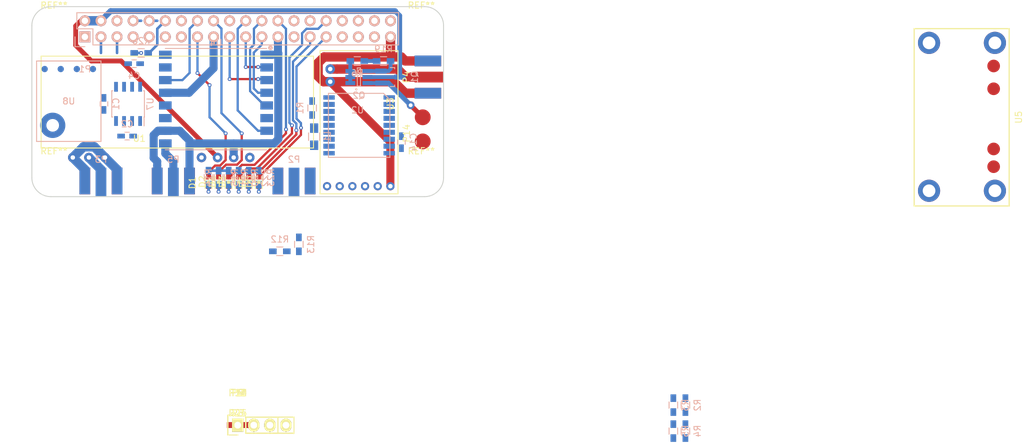
<source format=kicad_pcb>
(kicad_pcb (version 4) (host pcbnew 4.0.5-e0-6337~49~ubuntu16.04.1)

  (general
    (links 159)
    (no_connects 85)
    (area 49.892038 47.8218 211.8782 118.243201)
    (thickness 1.6)
    (drawings 10)
    (tracks 217)
    (zones 0)
    (modules 56)
    (nets 63)
  )

  (page A4)
  (layers
    (0 F.Cu mixed)
    (31 B.Cu mixed)
    (32 B.Adhes user)
    (33 F.Adhes user)
    (34 B.Paste user)
    (35 F.Paste user)
    (36 B.SilkS user)
    (37 F.SilkS user)
    (38 B.Mask user hide)
    (39 F.Mask user hide)
    (40 Dwgs.User user)
    (41 Cmts.User user)
    (42 Eco1.User user)
    (43 Eco2.User user)
    (44 Edge.Cuts user)
    (45 Margin user)
    (46 B.CrtYd user)
    (47 F.CrtYd user)
    (48 B.Fab user hide)
    (49 F.Fab user)
  )

  (setup
    (last_trace_width 0.254)
    (user_trace_width 0.254)
    (user_trace_width 0.3556)
    (user_trace_width 0.6096)
    (user_trace_width 0.7112)
    (user_trace_width 0.762)
    (user_trace_width 0.9144)
    (user_trace_width 1.27)
    (user_trace_width 1.4732)
    (trace_clearance 0.2032)
    (zone_clearance 0.508)
    (zone_45_only no)
    (trace_min 0.2032)
    (segment_width 0.2)
    (edge_width 0.15)
    (via_size 0.6096)
    (via_drill 0.3048)
    (via_min_size 0.6096)
    (via_min_drill 0.3048)
    (uvia_size 0.3)
    (uvia_drill 0.1)
    (uvias_allowed no)
    (uvia_min_size 0)
    (uvia_min_drill 0)
    (pcb_text_width 0.3)
    (pcb_text_size 1.5 1.5)
    (mod_edge_width 0.15)
    (mod_text_size 1 1)
    (mod_text_width 0.15)
    (pad_size 1.524 1.524)
    (pad_drill 0.762)
    (pad_to_mask_clearance 0.2)
    (aux_axis_origin 0 0)
    (grid_origin 63.37 51.23)
    (visible_elements FFFDFF7F)
    (pcbplotparams
      (layerselection 0x00030_80000001)
      (usegerberextensions false)
      (excludeedgelayer true)
      (linewidth 0.100000)
      (plotframeref false)
      (viasonmask false)
      (mode 1)
      (useauxorigin false)
      (hpglpennumber 1)
      (hpglpenspeed 20)
      (hpglpendiameter 15)
      (hpglpenoverlay 2)
      (psnegative false)
      (psa4output false)
      (plotreference true)
      (plotvalue true)
      (plotinvisibletext false)
      (padsonsilk false)
      (subtractmaskfromsilk false)
      (outputformat 1)
      (mirror false)
      (drillshape 1)
      (scaleselection 1)
      (outputdirectory ""))
  )

  (net 0 "")
  (net 1 +3V3)
  (net 2 +5V)
  (net 3 "/GPIO2(SDA1)")
  (net 4 "/GPIO3(SCL1)")
  (net 5 GND)
  (net 6 /GPIO4)
  (net 7 "/GPIO14(TXD0)")
  (net 8 "/GPIO15(RXD0)")
  (net 9 /GPIO17)
  (net 10 /GPIO18)
  (net 11 /GPIO27)
  (net 12 /GPIO22)
  (net 13 "/GPIO10(MOSI0)")
  (net 14 "/GPIO9(MISO0)")
  (net 15 /GPIO25)
  (net 16 "/GPIO11(SCLK0)")
  (net 17 "/GPIO7(CE1)")
  (net 18 /GPIO5)
  (net 19 /GPIO6)
  (net 20 /GPIO12)
  (net 21 /GPIO13)
  (net 22 "/GPIO19(MISO1)")
  (net 23 "/GPIO16(CE2)")
  (net 24 /GPIO26)
  (net 25 "/GPIO20(MOSI1)")
  (net 26 "/GPIO21(SCLK1)")
  (net 27 "Net-(C2-Pad1)")
  (net 28 Iout)
  (net 29 +BATT)
  (net 30 +5V_PSU)
  (net 31 "Net-(L1-Pad1)")
  (net 32 "Net-(L1-Pad2)")
  (net 33 "Net-(P3-Pad1)")
  (net 34 "Net-(P4-Pad1)")
  (net 35 "Net-(P5-Pad1)")
  (net 36 "Net-(Q1-Pad2)")
  (net 37 "Net-(Q2-Pad1)")
  (net 38 "Net-(R1-Pad1)")
  (net 39 /D1)
  (net 40 /D2)
  (net 41 /D3)
  (net 42 /D4)
  (net 43 /D5)
  (net 44 /D6)
  (net 45 /MTX2-TXD)
  (net 46 /HX1-TXD)
  (net 47 /GPIO23)
  (net 48 /GPIO24)
  (net 49 "/GPIO8(CE0)")
  (net 50 "/GPIO0(ID_SD)")
  (net 51 "/GPIO1(ID_SC)")
  (net 52 "Net-(U2-Pad5)")
  (net 53 "Net-(U2-Pad13)")
  (net 54 "Net-(U2-Pad15)")
  (net 55 "Net-(U2-Pad18)")
  (net 56 "Net-(U3-Pad6)")
  (net 57 "Net-(U3-Pad7)")
  (net 58 "Net-(U4-Pad6)")
  (net 59 "Net-(U4-Pad11)")
  (net 60 "Net-(U4-Pad12)")
  (net 61 "Net-(U4-Pad15)")
  (net 62 "Net-(U4-Pad16)")

  (net_class Default "This is the default net class."
    (clearance 0.2032)
    (trace_width 0.254)
    (via_dia 0.6096)
    (via_drill 0.3048)
    (uvia_dia 0.3)
    (uvia_drill 0.1)
    (add_net "/GPIO0(ID_SD)")
    (add_net "/GPIO1(ID_SC)")
    (add_net /GPIO23)
    (add_net /GPIO24)
    (add_net "/GPIO8(CE0)")
    (add_net Iout)
    (add_net "Net-(U2-Pad13)")
    (add_net "Net-(U2-Pad15)")
    (add_net "Net-(U2-Pad18)")
    (add_net "Net-(U2-Pad5)")
    (add_net "Net-(U3-Pad6)")
    (add_net "Net-(U3-Pad7)")
    (add_net "Net-(U4-Pad11)")
    (add_net "Net-(U4-Pad12)")
    (add_net "Net-(U4-Pad15)")
    (add_net "Net-(U4-Pad16)")
    (add_net "Net-(U4-Pad6)")
  )

  (net_class Analog ""
    (clearance 0.2032)
    (trace_width 0.254)
    (via_dia 0.6096)
    (via_drill 0.3048)
    (uvia_dia 0.3)
    (uvia_drill 0.1)
    (add_net "Net-(C2-Pad1)")
    (add_net "Net-(Q1-Pad2)")
    (add_net "Net-(Q2-Pad1)")
  )

  (net_class Digital ""
    (clearance 0.2032)
    (trace_width 0.254)
    (via_dia 0.6096)
    (via_drill 0.3048)
    (uvia_dia 0.3)
    (uvia_drill 0.1)
    (add_net /D1)
    (add_net /D2)
    (add_net /D3)
    (add_net /D4)
    (add_net /D5)
    (add_net /D6)
    (add_net "/GPIO10(MOSI0)")
    (add_net "/GPIO11(SCLK0)")
    (add_net /GPIO12)
    (add_net /GPIO13)
    (add_net "/GPIO14(TXD0)")
    (add_net "/GPIO15(RXD0)")
    (add_net "/GPIO16(CE2)")
    (add_net /GPIO17)
    (add_net /GPIO18)
    (add_net "/GPIO19(MISO1)")
    (add_net "/GPIO2(SDA1)")
    (add_net "/GPIO20(MOSI1)")
    (add_net "/GPIO21(SCLK1)")
    (add_net /GPIO22)
    (add_net /GPIO25)
    (add_net /GPIO26)
    (add_net /GPIO27)
    (add_net "/GPIO3(SCL1)")
    (add_net /GPIO4)
    (add_net /GPIO5)
    (add_net /GPIO6)
    (add_net "/GPIO7(CE1)")
    (add_net "/GPIO9(MISO0)")
    (add_net /HX1-TXD)
    (add_net /MTX2-TXD)
  )

  (net_class HF ""
    (clearance 0.2032)
    (trace_width 1.524)
    (via_dia 0.6096)
    (via_drill 0.3048)
    (uvia_dia 0.3)
    (uvia_drill 0.1)
    (add_net "Net-(L1-Pad1)")
    (add_net "Net-(L1-Pad2)")
    (add_net "Net-(P3-Pad1)")
    (add_net "Net-(P4-Pad1)")
    (add_net "Net-(P5-Pad1)")
    (add_net "Net-(R1-Pad1)")
  )

  (net_class NC ""
    (clearance 0.2032)
    (trace_width 0.254)
    (via_dia 0.6096)
    (via_drill 0.3048)
    (uvia_dia 0.3)
    (uvia_drill 0.1)
  )

  (net_class POWER ""
    (clearance 0.2032)
    (trace_width 1.27)
    (via_dia 1.2192)
    (via_drill 0.6096)
    (uvia_dia 0.3)
    (uvia_drill 0.1)
    (add_net +3V3)
    (add_net +5V)
    (add_net +5V_PSU)
    (add_net +BATT)
    (add_net GND)
  )

  (module Resistors_SMD:R_0603_HandSoldering (layer B.Cu) (tedit 5418A00F) (tstamp 581E11FB)
    (at 89.24625 75.995 90)
    (descr "Resistor SMD 0603, hand soldering")
    (tags "resistor 0603")
    (path /5819A3B7)
    (attr smd)
    (fp_text reference R22 (at 0 2.54 90) (layer B.SilkS)
      (effects (font (size 1 1) (thickness 0.15)) (justify mirror))
    )
    (fp_text value 330 (at 0 -1.9 90) (layer B.Fab)
      (effects (font (size 1 1) (thickness 0.15)) (justify mirror))
    )
    (fp_line (start -2 0.8) (end 2 0.8) (layer B.CrtYd) (width 0.05))
    (fp_line (start -2 -0.8) (end 2 -0.8) (layer B.CrtYd) (width 0.05))
    (fp_line (start -2 0.8) (end -2 -0.8) (layer B.CrtYd) (width 0.05))
    (fp_line (start 2 0.8) (end 2 -0.8) (layer B.CrtYd) (width 0.05))
    (fp_line (start 0.5 -0.675) (end -0.5 -0.675) (layer B.SilkS) (width 0.15))
    (fp_line (start -0.5 0.675) (end 0.5 0.675) (layer B.SilkS) (width 0.15))
    (pad 1 smd rect (at -1.1 0 90) (size 1.2 0.9) (layers B.Cu B.Paste B.Mask)
      (net 43 /D5))
    (pad 2 smd rect (at 1.1 0 90) (size 1.2 0.9) (layers B.Cu B.Paste B.Mask)
      (net 5 GND))
    (model Resistors_SMD.3dshapes/R_0603_HandSoldering.wrl
      (at (xyz 0 0 0))
      (scale (xyz 1 1 1))
      (rotate (xyz 0 0 0))
    )
  )

  (module Socket_Strips:Socket_Strip_Straight_2x20 locked (layer B.Cu) (tedit 0) (tstamp 5818997E)
    (at 87.5 52.5)
    (descr "Through hole socket strip")
    (tags "socket strip")
    (path /58189273)
    (fp_text reference P1 (at -24.13 6.37) (layer B.SilkS)
      (effects (font (size 1 1) (thickness 0.15)) (justify mirror))
    )
    (fp_text value CONN_02X20 (at -24.13 4.37) (layer B.Fab)
      (effects (font (size 1 1) (thickness 0.15)) (justify mirror))
    )
    (fp_line (start -25.88 3.02) (end -25.88 -3.03) (layer B.CrtYd) (width 0.05))
    (fp_line (start 25.92 3.02) (end 25.92 -3.03) (layer B.CrtYd) (width 0.05))
    (fp_line (start -25.88 3.02) (end 25.92 3.02) (layer B.CrtYd) (width 0.05))
    (fp_line (start -25.88 -3.03) (end 25.92 -3.03) (layer B.CrtYd) (width 0.05))
    (fp_line (start 25.4 -2.54) (end -25.4 -2.54) (layer B.SilkS) (width 0.15))
    (fp_line (start -22.86 2.54) (end 25.4 2.54) (layer B.SilkS) (width 0.15))
    (fp_line (start 25.4 -2.54) (end 25.4 2.54) (layer B.SilkS) (width 0.15))
    (fp_line (start -25.4 -2.54) (end -25.4 0) (layer B.SilkS) (width 0.15))
    (fp_line (start -24.13 2.82) (end -25.68 2.82) (layer B.SilkS) (width 0.15))
    (fp_line (start -25.4 0) (end -22.86 0) (layer B.SilkS) (width 0.15))
    (fp_line (start -22.86 0) (end -22.86 2.54) (layer B.SilkS) (width 0.15))
    (fp_line (start -25.68 2.82) (end -25.68 1.27) (layer B.SilkS) (width 0.15))
    (pad 1 thru_hole rect (at -24.13 1.27) (size 1.7272 1.7272) (drill 1.016) (layers *.Cu *.Mask B.SilkS)
      (net 1 +3V3))
    (pad 2 thru_hole oval (at -24.13 -1.27) (size 1.7272 1.7272) (drill 1.016) (layers *.Cu *.Mask B.SilkS)
      (net 2 +5V))
    (pad 3 thru_hole oval (at -21.59 1.27) (size 1.7272 1.7272) (drill 1.016) (layers *.Cu *.Mask B.SilkS)
      (net 3 "/GPIO2(SDA1)"))
    (pad 4 thru_hole oval (at -21.59 -1.27) (size 1.7272 1.7272) (drill 1.016) (layers *.Cu *.Mask B.SilkS)
      (net 2 +5V))
    (pad 5 thru_hole oval (at -19.05 1.27) (size 1.7272 1.7272) (drill 1.016) (layers *.Cu *.Mask B.SilkS)
      (net 4 "/GPIO3(SCL1)"))
    (pad 6 thru_hole oval (at -19.05 -1.27) (size 1.7272 1.7272) (drill 1.016) (layers *.Cu *.Mask B.SilkS)
      (net 5 GND))
    (pad 7 thru_hole oval (at -16.51 1.27) (size 1.7272 1.7272) (drill 1.016) (layers *.Cu *.Mask B.SilkS)
      (net 6 /GPIO4))
    (pad 8 thru_hole oval (at -16.51 -1.27) (size 1.7272 1.7272) (drill 1.016) (layers *.Cu *.Mask B.SilkS)
      (net 7 "/GPIO14(TXD0)"))
    (pad 9 thru_hole oval (at -13.97 1.27) (size 1.7272 1.7272) (drill 1.016) (layers *.Cu *.Mask B.SilkS)
      (net 5 GND))
    (pad 10 thru_hole oval (at -13.97 -1.27) (size 1.7272 1.7272) (drill 1.016) (layers *.Cu *.Mask B.SilkS)
      (net 8 "/GPIO15(RXD0)"))
    (pad 11 thru_hole oval (at -11.43 1.27) (size 1.7272 1.7272) (drill 1.016) (layers *.Cu *.Mask B.SilkS)
      (net 9 /GPIO17))
    (pad 12 thru_hole oval (at -11.43 -1.27) (size 1.7272 1.7272) (drill 1.016) (layers *.Cu *.Mask B.SilkS)
      (net 10 /GPIO18))
    (pad 13 thru_hole oval (at -8.89 1.27) (size 1.7272 1.7272) (drill 1.016) (layers *.Cu *.Mask B.SilkS)
      (net 11 /GPIO27))
    (pad 14 thru_hole oval (at -8.89 -1.27) (size 1.7272 1.7272) (drill 1.016) (layers *.Cu *.Mask B.SilkS)
      (net 5 GND))
    (pad 15 thru_hole oval (at -6.35 1.27) (size 1.7272 1.7272) (drill 1.016) (layers *.Cu *.Mask B.SilkS)
      (net 12 /GPIO22))
    (pad 16 thru_hole oval (at -6.35 -1.27) (size 1.7272 1.7272) (drill 1.016) (layers *.Cu *.Mask B.SilkS)
      (net 47 /GPIO23))
    (pad 17 thru_hole oval (at -3.81 1.27) (size 1.7272 1.7272) (drill 1.016) (layers *.Cu *.Mask B.SilkS)
      (net 1 +3V3))
    (pad 18 thru_hole oval (at -3.81 -1.27) (size 1.7272 1.7272) (drill 1.016) (layers *.Cu *.Mask B.SilkS)
      (net 48 /GPIO24))
    (pad 19 thru_hole oval (at -1.27 1.27) (size 1.7272 1.7272) (drill 1.016) (layers *.Cu *.Mask B.SilkS)
      (net 13 "/GPIO10(MOSI0)"))
    (pad 20 thru_hole oval (at -1.27 -1.27) (size 1.7272 1.7272) (drill 1.016) (layers *.Cu *.Mask B.SilkS)
      (net 5 GND))
    (pad 21 thru_hole oval (at 1.27 1.27) (size 1.7272 1.7272) (drill 1.016) (layers *.Cu *.Mask B.SilkS)
      (net 14 "/GPIO9(MISO0)"))
    (pad 22 thru_hole oval (at 1.27 -1.27) (size 1.7272 1.7272) (drill 1.016) (layers *.Cu *.Mask B.SilkS)
      (net 15 /GPIO25))
    (pad 23 thru_hole oval (at 3.81 1.27) (size 1.7272 1.7272) (drill 1.016) (layers *.Cu *.Mask B.SilkS)
      (net 16 "/GPIO11(SCLK0)"))
    (pad 24 thru_hole oval (at 3.81 -1.27) (size 1.7272 1.7272) (drill 1.016) (layers *.Cu *.Mask B.SilkS)
      (net 49 "/GPIO8(CE0)"))
    (pad 25 thru_hole oval (at 6.35 1.27) (size 1.7272 1.7272) (drill 1.016) (layers *.Cu *.Mask B.SilkS)
      (net 5 GND))
    (pad 26 thru_hole oval (at 6.35 -1.27) (size 1.7272 1.7272) (drill 1.016) (layers *.Cu *.Mask B.SilkS)
      (net 17 "/GPIO7(CE1)"))
    (pad 27 thru_hole oval (at 8.89 1.27) (size 1.7272 1.7272) (drill 1.016) (layers *.Cu *.Mask B.SilkS)
      (net 50 "/GPIO0(ID_SD)"))
    (pad 28 thru_hole oval (at 8.89 -1.27) (size 1.7272 1.7272) (drill 1.016) (layers *.Cu *.Mask B.SilkS)
      (net 51 "/GPIO1(ID_SC)"))
    (pad 29 thru_hole oval (at 11.43 1.27) (size 1.7272 1.7272) (drill 1.016) (layers *.Cu *.Mask B.SilkS)
      (net 18 /GPIO5))
    (pad 30 thru_hole oval (at 11.43 -1.27) (size 1.7272 1.7272) (drill 1.016) (layers *.Cu *.Mask B.SilkS)
      (net 5 GND))
    (pad 31 thru_hole oval (at 13.97 1.27) (size 1.7272 1.7272) (drill 1.016) (layers *.Cu *.Mask B.SilkS)
      (net 19 /GPIO6))
    (pad 32 thru_hole oval (at 13.97 -1.27) (size 1.7272 1.7272) (drill 1.016) (layers *.Cu *.Mask B.SilkS)
      (net 20 /GPIO12))
    (pad 33 thru_hole oval (at 16.51 1.27) (size 1.7272 1.7272) (drill 1.016) (layers *.Cu *.Mask B.SilkS)
      (net 21 /GPIO13))
    (pad 34 thru_hole oval (at 16.51 -1.27) (size 1.7272 1.7272) (drill 1.016) (layers *.Cu *.Mask B.SilkS)
      (net 5 GND))
    (pad 35 thru_hole oval (at 19.05 1.27) (size 1.7272 1.7272) (drill 1.016) (layers *.Cu *.Mask B.SilkS)
      (net 22 "/GPIO19(MISO1)"))
    (pad 36 thru_hole oval (at 19.05 -1.27) (size 1.7272 1.7272) (drill 1.016) (layers *.Cu *.Mask B.SilkS)
      (net 23 "/GPIO16(CE2)"))
    (pad 37 thru_hole oval (at 21.59 1.27) (size 1.7272 1.7272) (drill 1.016) (layers *.Cu *.Mask B.SilkS)
      (net 24 /GPIO26))
    (pad 38 thru_hole oval (at 21.59 -1.27) (size 1.7272 1.7272) (drill 1.016) (layers *.Cu *.Mask B.SilkS)
      (net 25 "/GPIO20(MOSI1)"))
    (pad 39 thru_hole oval (at 24.13 1.27) (size 1.7272 1.7272) (drill 1.016) (layers *.Cu *.Mask B.SilkS)
      (net 5 GND))
    (pad 40 thru_hole oval (at 24.13 -1.27) (size 1.7272 1.7272) (drill 1.016) (layers *.Cu *.Mask B.SilkS)
      (net 26 "/GPIO21(SCLK1)"))
    (model Socket_Strips.3dshapes/Socket_Strip_Straight_2x20.wrl
      (at (xyz 0 0 0))
      (scale (xyz 1 1 1))
      (rotate (xyz 0 0 180))
    )
  )

  (module Mounting_Holes:MountingHole_2.75mm locked (layer F.Cu) (tedit 58189F39) (tstamp 58189F51)
    (at 58.5 75.5)
    (descr "Mounting Hole 2.75mm")
    (tags "mounting hole 2.75mm")
    (fp_text reference REF** (at 0 -3.7) (layer F.SilkS)
      (effects (font (size 1 1) (thickness 0.15)))
    )
    (fp_text value MountingHole_2.75mm (at 0 3.7) (layer F.Fab)
      (effects (font (size 1 1) (thickness 0.15)))
    )
    (fp_circle (center 0 0) (end 3 0) (layer Cmts.User) (width 0.15))
    (fp_circle (center 0 0) (end 3.125 0) (layer F.CrtYd) (width 0.05))
    (pad "" np_thru_hole circle (at 0 0) (size 2.75 2.75) (drill 2.75) (layers *.Cu *.Mask)
      (solder_mask_margin 1.75))
  )

  (module Mounting_Holes:MountingHole_2.75mm locked (layer F.Cu) (tedit 58189F39) (tstamp 58189F78)
    (at 116.5 75.5)
    (descr "Mounting Hole 2.75mm")
    (tags "mounting hole 2.75mm")
    (fp_text reference REF** (at 0 -3.7) (layer F.SilkS)
      (effects (font (size 1 1) (thickness 0.15)))
    )
    (fp_text value MountingHole_2.75mm (at 0 3.7) (layer F.Fab)
      (effects (font (size 1 1) (thickness 0.15)))
    )
    (fp_circle (center 0 0) (end 3 0) (layer Cmts.User) (width 0.15))
    (fp_circle (center 0 0) (end 3.125 0) (layer F.CrtYd) (width 0.05))
    (pad "" np_thru_hole circle (at 0 0) (size 2.75 2.75) (drill 2.75) (layers *.Cu *.Mask)
      (solder_mask_margin 1.75))
  )

  (module Mounting_Holes:MountingHole_2.75mm locked (layer F.Cu) (tedit 58189F39) (tstamp 58189F7F)
    (at 116.5 52.5)
    (descr "Mounting Hole 2.75mm")
    (tags "mounting hole 2.75mm")
    (fp_text reference REF** (at 0 -3.7) (layer F.SilkS)
      (effects (font (size 1 1) (thickness 0.15)))
    )
    (fp_text value MountingHole_2.75mm (at 0 3.7) (layer F.Fab)
      (effects (font (size 1 1) (thickness 0.15)))
    )
    (fp_circle (center 0 0) (end 3 0) (layer Cmts.User) (width 0.15))
    (fp_circle (center 0 0) (end 3.125 0) (layer F.CrtYd) (width 0.05))
    (pad "" np_thru_hole circle (at 0 0) (size 2.75 2.75) (drill 2.75) (layers *.Cu *.Mask)
      (solder_mask_margin 1.75))
  )

  (module Mounting_Holes:MountingHole_2.75mm locked (layer F.Cu) (tedit 58189F39) (tstamp 58189F88)
    (at 58.5 52.5)
    (descr "Mounting Hole 2.75mm")
    (tags "mounting hole 2.75mm")
    (fp_text reference REF** (at 0 -3.7) (layer F.SilkS)
      (effects (font (size 1 1) (thickness 0.15)))
    )
    (fp_text value MountingHole_2.75mm (at 0 3.7) (layer F.Fab)
      (effects (font (size 1 1) (thickness 0.15)))
    )
    (fp_circle (center 0 0) (end 3 0) (layer Cmts.User) (width 0.15))
    (fp_circle (center 0 0) (end 3.125 0) (layer F.CrtYd) (width 0.05))
    (pad "" np_thru_hole circle (at 0 0) (size 2.75 2.75) (drill 2.75) (layers *.Cu *.Mask)
      (solder_mask_margin 1.75))
  )

  (module Resistors_SMD:R_0805_HandSoldering placed (layer B.Cu) (tedit 54189DEE) (tstamp 58192A97)
    (at 99.565 69.53 90)
    (descr "Resistor SMD 0805, hand soldering")
    (tags "resistor 0805")
    (path /581C4F11)
    (attr smd)
    (fp_text reference L1 (at 0 2.1 90) (layer B.SilkS)
      (effects (font (size 1 1) (thickness 0.15)) (justify mirror))
    )
    (fp_text value 33nH (at 0 -2.1 90) (layer B.Fab)
      (effects (font (size 1 1) (thickness 0.15)) (justify mirror))
    )
    (fp_line (start -2.4 1) (end 2.4 1) (layer B.CrtYd) (width 0.05))
    (fp_line (start -2.4 -1) (end 2.4 -1) (layer B.CrtYd) (width 0.05))
    (fp_line (start -2.4 1) (end -2.4 -1) (layer B.CrtYd) (width 0.05))
    (fp_line (start 2.4 1) (end 2.4 -1) (layer B.CrtYd) (width 0.05))
    (fp_line (start 0.6 -0.875) (end -0.6 -0.875) (layer B.SilkS) (width 0.15))
    (fp_line (start -0.6 0.875) (end 0.6 0.875) (layer B.SilkS) (width 0.15))
    (pad 1 smd rect (at -1.35 0 90) (size 1.5 1.3) (layers B.Cu B.Paste B.Mask)
      (net 31 "Net-(L1-Pad1)"))
    (pad 2 smd rect (at 1.35 0 90) (size 1.5 1.3) (layers B.Cu B.Paste B.Mask)
      (net 32 "Net-(L1-Pad2)"))
    (model Resistors_SMD.3dshapes/R_0805_HandSoldering.wrl
      (at (xyz 0 0 0))
      (scale (xyz 1 1 1))
      (rotate (xyz 0 0 0))
    )
  )

  (module TO_SOT_Packages_SMD:SOT-23_Handsoldering (layer B.Cu) (tedit 54E9291B) (tstamp 58192B0C)
    (at 111.63 60.12 90)
    (descr "SOT-23, Handsoldering")
    (tags SOT-23)
    (path /5818BA7B/581E4244)
    (attr smd)
    (fp_text reference Q1 (at 0 3.81 90) (layer B.SilkS)
      (effects (font (size 1 1) (thickness 0.15)) (justify mirror))
    )
    (fp_text value Q_PMOS_DGS (at 0 -3.81 90) (layer B.Fab)
      (effects (font (size 1 1) (thickness 0.15)) (justify mirror))
    )
    (fp_line (start -1.49982 -0.0508) (end -1.49982 0.65024) (layer B.SilkS) (width 0.15))
    (fp_line (start -1.49982 0.65024) (end -1.2509 0.65024) (layer B.SilkS) (width 0.15))
    (fp_line (start 1.29916 0.65024) (end 1.49982 0.65024) (layer B.SilkS) (width 0.15))
    (fp_line (start 1.49982 0.65024) (end 1.49982 -0.0508) (layer B.SilkS) (width 0.15))
    (pad 1 smd rect (at -0.95 -1.50114 90) (size 0.8001 1.80086) (layers B.Cu B.Paste B.Mask)
      (net 30 +5V_PSU))
    (pad 2 smd rect (at 0.95 -1.50114 90) (size 0.8001 1.80086) (layers B.Cu B.Paste B.Mask)
      (net 36 "Net-(Q1-Pad2)"))
    (pad 3 smd rect (at 0 1.50114 90) (size 0.8001 1.80086) (layers B.Cu B.Paste B.Mask)
      (net 2 +5V))
    (model TO_SOT_Packages_SMD.3dshapes/SOT-23_Handsoldering.wrl
      (at (xyz 0 0 0))
      (scale (xyz 1 1 1))
      (rotate (xyz 0 0 0))
    )
  )

  (module Housings_SOIC:SOIC-8_3.9x4.9mm_Pitch1.27mm (layer B.Cu) (tedit 54130A77) (tstamp 58192C43)
    (at 70.1925 64.355 90)
    (descr "8-Lead Plastic Small Outline (SN) - Narrow, 3.90 mm Body [SOIC] (see Microchip Packaging Specification 00000049BS.pdf)")
    (tags "SOIC 1.27")
    (path /581A77F7)
    (attr smd)
    (fp_text reference U7 (at 0 3.5 90) (layer B.SilkS)
      (effects (font (size 1 1) (thickness 0.15)) (justify mirror))
    )
    (fp_text value MCP3426 (at 0 -3.5 90) (layer B.Fab)
      (effects (font (size 1 1) (thickness 0.15)) (justify mirror))
    )
    (fp_line (start -0.95 2.45) (end 1.95 2.45) (layer B.Fab) (width 0.15))
    (fp_line (start 1.95 2.45) (end 1.95 -2.45) (layer B.Fab) (width 0.15))
    (fp_line (start 1.95 -2.45) (end -1.95 -2.45) (layer B.Fab) (width 0.15))
    (fp_line (start -1.95 -2.45) (end -1.95 1.45) (layer B.Fab) (width 0.15))
    (fp_line (start -1.95 1.45) (end -0.95 2.45) (layer B.Fab) (width 0.15))
    (fp_line (start -3.75 2.75) (end -3.75 -2.75) (layer B.CrtYd) (width 0.05))
    (fp_line (start 3.75 2.75) (end 3.75 -2.75) (layer B.CrtYd) (width 0.05))
    (fp_line (start -3.75 2.75) (end 3.75 2.75) (layer B.CrtYd) (width 0.05))
    (fp_line (start -3.75 -2.75) (end 3.75 -2.75) (layer B.CrtYd) (width 0.05))
    (fp_line (start -2.075 2.575) (end -2.075 2.525) (layer B.SilkS) (width 0.15))
    (fp_line (start 2.075 2.575) (end 2.075 2.43) (layer B.SilkS) (width 0.15))
    (fp_line (start 2.075 -2.575) (end 2.075 -2.43) (layer B.SilkS) (width 0.15))
    (fp_line (start -2.075 -2.575) (end -2.075 -2.43) (layer B.SilkS) (width 0.15))
    (fp_line (start -2.075 2.575) (end 2.075 2.575) (layer B.SilkS) (width 0.15))
    (fp_line (start -2.075 -2.575) (end 2.075 -2.575) (layer B.SilkS) (width 0.15))
    (fp_line (start -2.075 2.525) (end -3.475 2.525) (layer B.SilkS) (width 0.15))
    (pad 1 smd rect (at -2.7 1.905 90) (size 1.55 0.6) (layers B.Cu B.Paste B.Mask)
      (net 27 "Net-(C2-Pad1)"))
    (pad 2 smd rect (at -2.7 0.635 90) (size 1.55 0.6) (layers B.Cu B.Paste B.Mask)
      (net 5 GND))
    (pad 3 smd rect (at -2.7 -0.635 90) (size 1.55 0.6) (layers B.Cu B.Paste B.Mask)
      (net 1 +3V3))
    (pad 4 smd rect (at -2.7 -1.905 90) (size 1.55 0.6) (layers B.Cu B.Paste B.Mask)
      (net 3 "/GPIO2(SDA1)"))
    (pad 5 smd rect (at 2.7 -1.905 90) (size 1.55 0.6) (layers B.Cu B.Paste B.Mask)
      (net 4 "/GPIO3(SCL1)"))
    (pad 6 smd rect (at 2.7 -0.635 90) (size 1.55 0.6) (layers B.Cu B.Paste B.Mask)
      (net 5 GND))
    (pad 7 smd rect (at 2.7 0.635 90) (size 1.55 0.6) (layers B.Cu B.Paste B.Mask)
      (net 28 Iout))
    (pad 8 smd rect (at 2.7 1.905 90) (size 1.55 0.6) (layers B.Cu B.Paste B.Mask)
      (net 5 GND))
    (model Housings_SOIC.3dshapes/SOIC-8_3.9x4.9mm_Pitch1.27mm.wrl
      (at (xyz 0 0 0))
      (scale (xyz 1 1 1))
      (rotate (xyz 0 0 0))
    )
  )

  (module RF_Modules:MAX-M8 (layer B.Cu) (tedit 581A04D8) (tstamp 58192BD7)
    (at 111.42 63.34)
    (path /581C1C70)
    (fp_text reference U2 (at -5 2) (layer B.SilkS)
      (effects (font (size 1 1) (thickness 0.15)) (justify mirror))
    )
    (fp_text value MAX-M8C/Q (at -5 0) (layer B.Fab)
      (effects (font (size 1 1) (thickness 0.15)) (justify mirror))
    )
    (fp_line (start -0.9 -0.65) (end 0.1 0.35) (layer B.SilkS) (width 0.15))
    (fp_line (start 0.1 0.35) (end 0.1 9.45) (layer B.SilkS) (width 0.15))
    (fp_line (start 0.1 9.45) (end -9.6 9.45) (layer B.SilkS) (width 0.15))
    (fp_line (start -9.6 9.45) (end -9.6 -0.65) (layer B.SilkS) (width 0.15))
    (fp_line (start -9.6 -0.65) (end -0.9 -0.65) (layer B.SilkS) (width 0.15))
    (pad 1 smd rect (at 0 0) (size 1.8 0.7) (layers B.Cu B.Paste B.Mask)
      (net 5 GND))
    (pad 2 smd rect (at 0 1.1) (size 1.8 0.8) (layers B.Cu B.Paste B.Mask)
      (net 8 "/GPIO15(RXD0)"))
    (pad 3 smd rect (at 0 2.2) (size 1.8 0.8) (layers B.Cu B.Paste B.Mask)
      (net 7 "/GPIO14(TXD0)"))
    (pad 4 smd rect (at 0 3.3) (size 1.8 0.8) (layers B.Cu B.Paste B.Mask)
      (net 20 /GPIO12))
    (pad 5 smd rect (at 0 4.4) (size 1.8 0.8) (layers B.Cu B.Paste B.Mask)
      (net 52 "Net-(U2-Pad5)"))
    (pad 6 smd rect (at 0 5.5) (size 1.8 0.8) (layers B.Cu B.Paste B.Mask)
      (net 5 GND))
    (pad 7 smd rect (at 0 6.6) (size 1.8 0.8) (layers B.Cu B.Paste B.Mask)
      (net 1 +3V3))
    (pad 8 smd rect (at 0 7.7) (size 1.8 0.8) (layers B.Cu B.Paste B.Mask)
      (net 1 +3V3))
    (pad 9 smd rect (at 0 8.8) (size 1.8 0.7) (layers B.Cu B.Paste B.Mask)
      (net 1 +3V3))
    (pad 10 smd rect (at -9.5 8.8) (size 1.8 0.7) (layers B.Cu B.Paste B.Mask)
      (net 5 GND))
    (pad 11 smd rect (at -9.5 7.7) (size 1.8 0.8) (layers B.Cu B.Paste B.Mask)
      (net 31 "Net-(L1-Pad1)"))
    (pad 12 smd rect (at -9.5 6.6) (size 1.8 0.8) (layers B.Cu B.Paste B.Mask)
      (net 5 GND))
    (pad 13 smd rect (at -9.5 5.5) (size 1.8 0.8) (layers B.Cu B.Paste B.Mask)
      (net 53 "Net-(U2-Pad13)"))
    (pad 14 smd rect (at -9.5 4.4) (size 1.8 0.8) (layers B.Cu B.Paste B.Mask)
      (net 38 "Net-(R1-Pad1)"))
    (pad 15 smd rect (at -9.5 3.3) (size 1.8 0.8) (layers B.Cu B.Paste B.Mask)
      (net 54 "Net-(U2-Pad15)"))
    (pad 16 smd rect (at -9.5 2.2) (size 1.8 0.8) (layers B.Cu B.Paste B.Mask)
      (net 22 "/GPIO19(MISO1)"))
    (pad 17 smd rect (at -9.5 1.1) (size 1.8 0.8) (layers B.Cu B.Paste B.Mask)
      (net 23 "/GPIO16(CE2)"))
    (pad 18 smd rect (at -9.5 0) (size 1.8 0.7) (layers B.Cu B.Paste B.Mask)
      (net 55 "Net-(U2-Pad18)"))
    (model RF_Modules.3dshapes/MAX.wrl
      (at (xyz -0.187008 0.173228 0.014))
      (scale (xyz 0.393701 0.393701 0.393701))
      (rotate (xyz 0 0 180))
    )
  )

  (module RF_Modules:RFM9xW locked (layer B.Cu) (tedit 55B07785) (tstamp 581A6658)
    (at 84.07 63.5975 180)
    (tags RFM9xW)
    (path /581B5A2A)
    (fp_text reference U4 (at 0 8.89 180) (layer B.SilkS)
      (effects (font (size 1 1) (thickness 0.15)) (justify mirror))
    )
    (fp_text value RFM9* (at 0 -9 180) (layer B.Fab)
      (effects (font (size 1 1) (thickness 0.15)) (justify mirror))
    )
    (fp_circle (center -8.6 8.1) (end -8.65 8.15) (layer B.SilkS) (width 0.3))
    (fp_line (start -8 8) (end 8 8) (layer B.SilkS) (width 0.15))
    (fp_line (start -8 -8) (end 8 -8) (layer B.SilkS) (width 0.15))
    (pad 1 smd rect (at -8 7 180) (size 2 1.3) (layers B.Cu B.Paste B.Mask)
      (net 5 GND))
    (pad 2 smd rect (at -8 5 180) (size 2 1.3) (layers B.Cu B.Paste B.Mask)
      (net 14 "/GPIO9(MISO0)"))
    (pad 3 smd rect (at -8 3 180) (size 2 1.3) (layers B.Cu B.Paste B.Mask)
      (net 13 "/GPIO10(MOSI0)"))
    (pad 4 smd rect (at -8 1 180) (size 2 1.3) (layers B.Cu B.Paste B.Mask)
      (net 16 "/GPIO11(SCLK0)"))
    (pad 5 smd rect (at -8 -1 180) (size 2 1.3) (layers B.Cu B.Paste B.Mask)
      (net 49 "/GPIO8(CE0)"))
    (pad 6 smd rect (at -8 -3 180) (size 2 1.3) (layers B.Cu B.Paste B.Mask)
      (net 58 "Net-(U4-Pad6)"))
    (pad 7 smd rect (at -8 -5 180) (size 2 1.3) (layers B.Cu B.Paste B.Mask)
      (net 15 /GPIO25))
    (pad 8 smd rect (at -8 -7 180) (size 2 1.3) (layers B.Cu B.Paste B.Mask)
      (net 5 GND))
    (pad 9 smd rect (at 8 -7 180) (size 2 1.3) (layers B.Cu B.Paste B.Mask)
      (net 35 "Net-(P5-Pad1)"))
    (pad 10 smd rect (at 8 -5 180) (size 2 1.3) (layers B.Cu B.Paste B.Mask)
      (net 5 GND))
    (pad 11 smd rect (at 8 -3 180) (size 2 1.3) (layers B.Cu B.Paste B.Mask)
      (net 59 "Net-(U4-Pad11)"))
    (pad 12 smd rect (at 8 -1 180) (size 2 1.3) (layers B.Cu B.Paste B.Mask)
      (net 60 "Net-(U4-Pad12)"))
    (pad 13 smd rect (at 8 1 180) (size 2 1.3) (layers B.Cu B.Paste B.Mask)
      (net 1 +3V3))
    (pad 14 smd rect (at 8 3 180) (size 2 1.3) (layers B.Cu B.Paste B.Mask)
      (net 47 /GPIO23))
    (pad 15 smd rect (at 8 5 180) (size 2 1.3) (layers B.Cu B.Paste B.Mask)
      (net 61 "Net-(U4-Pad15)"))
    (pad 16 smd rect (at 8 7 180) (size 2 1.3) (layers B.Cu B.Paste B.Mask)
      (net 62 "Net-(U4-Pad16)"))
    (model /home/jonas/KiCad/modules/packages3d/RF_Modules.3dshapes/RFM9xW.wrl
      (at (xyz 0 0 0))
      (scale (xyz 1 1 1))
      (rotate (xyz 0 0 0))
    )
  )

  (module Capacitors_SMD:C_0603_HandSoldering (layer B.Cu) (tedit 541A9B4D) (tstamp 581E0CBB)
    (at 71.145 58.005)
    (descr "Capacitor SMD 0603, hand soldering")
    (tags "capacitor 0603")
    (path /581A7817)
    (attr smd)
    (fp_text reference C4 (at 0 1.9) (layer B.SilkS)
      (effects (font (size 1 1) (thickness 0.15)) (justify mirror))
    )
    (fp_text value 100n (at 0 -1.9) (layer B.Fab)
      (effects (font (size 1 1) (thickness 0.15)) (justify mirror))
    )
    (fp_line (start -0.8 -0.4) (end -0.8 0.4) (layer B.Fab) (width 0.15))
    (fp_line (start 0.8 -0.4) (end -0.8 -0.4) (layer B.Fab) (width 0.15))
    (fp_line (start 0.8 0.4) (end 0.8 -0.4) (layer B.Fab) (width 0.15))
    (fp_line (start -0.8 0.4) (end 0.8 0.4) (layer B.Fab) (width 0.15))
    (fp_line (start -1.85 0.75) (end 1.85 0.75) (layer B.CrtYd) (width 0.05))
    (fp_line (start -1.85 -0.75) (end 1.85 -0.75) (layer B.CrtYd) (width 0.05))
    (fp_line (start -1.85 0.75) (end -1.85 -0.75) (layer B.CrtYd) (width 0.05))
    (fp_line (start 1.85 0.75) (end 1.85 -0.75) (layer B.CrtYd) (width 0.05))
    (fp_line (start -0.35 0.6) (end 0.35 0.6) (layer B.SilkS) (width 0.15))
    (fp_line (start 0.35 -0.6) (end -0.35 -0.6) (layer B.SilkS) (width 0.15))
    (pad 1 smd rect (at -0.95 0) (size 1.2 0.75) (layers B.Cu B.Paste B.Mask)
      (net 28 Iout))
    (pad 2 smd rect (at 0.95 0) (size 1.2 0.75) (layers B.Cu B.Paste B.Mask)
      (net 5 GND))
    (model Capacitors_SMD.3dshapes/C_0603_HandSoldering.wrl
      (at (xyz 0 0 0))
      (scale (xyz 1 1 1))
      (rotate (xyz 0 0 0))
    )
  )

  (module Capacitors_SMD:C_0603_HandSoldering (layer B.Cu) (tedit 541A9B4D) (tstamp 581E118D)
    (at 66.3825 64.355 90)
    (descr "Capacitor SMD 0603, hand soldering")
    (tags "capacitor 0603")
    (path /581A7804)
    (attr smd)
    (fp_text reference C1 (at 0 1.9 90) (layer B.SilkS)
      (effects (font (size 1 1) (thickness 0.15)) (justify mirror))
    )
    (fp_text value 100n (at 0 -1.9 90) (layer B.Fab)
      (effects (font (size 1 1) (thickness 0.15)) (justify mirror))
    )
    (fp_line (start -0.8 -0.4) (end -0.8 0.4) (layer B.Fab) (width 0.15))
    (fp_line (start 0.8 -0.4) (end -0.8 -0.4) (layer B.Fab) (width 0.15))
    (fp_line (start 0.8 0.4) (end 0.8 -0.4) (layer B.Fab) (width 0.15))
    (fp_line (start -0.8 0.4) (end 0.8 0.4) (layer B.Fab) (width 0.15))
    (fp_line (start -1.85 0.75) (end 1.85 0.75) (layer B.CrtYd) (width 0.05))
    (fp_line (start -1.85 -0.75) (end 1.85 -0.75) (layer B.CrtYd) (width 0.05))
    (fp_line (start -1.85 0.75) (end -1.85 -0.75) (layer B.CrtYd) (width 0.05))
    (fp_line (start 1.85 0.75) (end 1.85 -0.75) (layer B.CrtYd) (width 0.05))
    (fp_line (start -0.35 0.6) (end 0.35 0.6) (layer B.SilkS) (width 0.15))
    (fp_line (start 0.35 -0.6) (end -0.35 -0.6) (layer B.SilkS) (width 0.15))
    (pad 1 smd rect (at -0.95 0 90) (size 1.2 0.75) (layers B.Cu B.Paste B.Mask)
      (net 1 +3V3))
    (pad 2 smd rect (at 0.95 0 90) (size 1.2 0.75) (layers B.Cu B.Paste B.Mask)
      (net 5 GND))
    (model Capacitors_SMD.3dshapes/C_0603_HandSoldering.wrl
      (at (xyz 0 0 0))
      (scale (xyz 1 1 1))
      (rotate (xyz 0 0 0))
    )
  )

  (module Capacitors_SMD:C_0603_HandSoldering (layer B.Cu) (tedit 541A9B4D) (tstamp 581E1192)
    (at 70.04 69.435 180)
    (descr "Capacitor SMD 0603, hand soldering")
    (tags "capacitor 0603")
    (path /581A781E)
    (attr smd)
    (fp_text reference C2 (at 0 1.9 180) (layer B.SilkS)
      (effects (font (size 1 1) (thickness 0.15)) (justify mirror))
    )
    (fp_text value 100n (at 0 -1.9 180) (layer B.Fab)
      (effects (font (size 1 1) (thickness 0.15)) (justify mirror))
    )
    (fp_line (start -0.8 -0.4) (end -0.8 0.4) (layer B.Fab) (width 0.15))
    (fp_line (start 0.8 -0.4) (end -0.8 -0.4) (layer B.Fab) (width 0.15))
    (fp_line (start 0.8 0.4) (end 0.8 -0.4) (layer B.Fab) (width 0.15))
    (fp_line (start -0.8 0.4) (end 0.8 0.4) (layer B.Fab) (width 0.15))
    (fp_line (start -1.85 0.75) (end 1.85 0.75) (layer B.CrtYd) (width 0.05))
    (fp_line (start -1.85 -0.75) (end 1.85 -0.75) (layer B.CrtYd) (width 0.05))
    (fp_line (start -1.85 0.75) (end -1.85 -0.75) (layer B.CrtYd) (width 0.05))
    (fp_line (start 1.85 0.75) (end 1.85 -0.75) (layer B.CrtYd) (width 0.05))
    (fp_line (start -0.35 0.6) (end 0.35 0.6) (layer B.SilkS) (width 0.15))
    (fp_line (start 0.35 -0.6) (end -0.35 -0.6) (layer B.SilkS) (width 0.15))
    (pad 1 smd rect (at -0.95 0 180) (size 1.2 0.75) (layers B.Cu B.Paste B.Mask)
      (net 27 "Net-(C2-Pad1)"))
    (pad 2 smd rect (at 0.95 0 180) (size 1.2 0.75) (layers B.Cu B.Paste B.Mask)
      (net 5 GND))
    (model Capacitors_SMD.3dshapes/C_0603_HandSoldering.wrl
      (at (xyz 0 0 0))
      (scale (xyz 1 1 1))
      (rotate (xyz 0 0 0))
    )
  )

  (module LEDs:LED_0603 (layer F.Cu) (tedit 586E7BE5) (tstamp 581E1197)
    (at 82.89625 76.63 90)
    (descr "LED 0603 smd package")
    (tags "LED led 0603 SMD smd SMT smt smdled SMDLED smtled SMTLED")
    (path /58198207)
    (attr smd)
    (fp_text reference D1 (at -0.2 -2.54 90) (layer F.SilkS)
      (effects (font (size 1 1) (thickness 0.15)))
    )
    (fp_text value OK_Green (at -6.985 0 90) (layer F.Fab)
      (effects (font (size 1 1) (thickness 0.15)))
    )
    (fp_line (start -0.3 -0.2) (end -0.3 0.2) (layer F.Fab) (width 0.15))
    (fp_line (start -0.2 0) (end 0.1 -0.2) (layer F.Fab) (width 0.15))
    (fp_line (start 0.1 0.2) (end -0.2 0) (layer F.Fab) (width 0.15))
    (fp_line (start 0.1 -0.2) (end 0.1 0.2) (layer F.Fab) (width 0.15))
    (fp_line (start 0.8 0.4) (end -0.8 0.4) (layer F.Fab) (width 0.15))
    (fp_line (start 0.8 -0.4) (end 0.8 0.4) (layer F.Fab) (width 0.15))
    (fp_line (start -0.8 -0.4) (end 0.8 -0.4) (layer F.Fab) (width 0.15))
    (fp_line (start -0.8 0.4) (end -0.8 -0.4) (layer F.Fab) (width 0.15))
    (fp_line (start -1.1 0.55) (end 0.8 0.55) (layer F.SilkS) (width 0.15))
    (fp_line (start -1.1 -0.55) (end 0.8 -0.55) (layer F.SilkS) (width 0.15))
    (fp_line (start -0.2 0) (end 0.25 0) (layer F.SilkS) (width 0.15))
    (fp_line (start -0.25 -0.25) (end -0.25 0.25) (layer F.SilkS) (width 0.15))
    (fp_line (start -0.25 0) (end 0 -0.25) (layer F.SilkS) (width 0.15))
    (fp_line (start 0 -0.25) (end 0 0.25) (layer F.SilkS) (width 0.15))
    (fp_line (start 0 0.25) (end -0.25 0) (layer F.SilkS) (width 0.15))
    (fp_line (start 1.4 -0.75) (end 1.4 0.75) (layer F.CrtYd) (width 0.05))
    (fp_line (start 1.4 0.75) (end -1.4 0.75) (layer F.CrtYd) (width 0.05))
    (fp_line (start -1.4 0.75) (end -1.4 -0.75) (layer F.CrtYd) (width 0.05))
    (fp_line (start -1.4 -0.75) (end 1.4 -0.75) (layer F.CrtYd) (width 0.05))
    (pad 2 smd rect (at 0.7493 0 270) (size 0.79756 0.79756) (layers F.Cu F.Paste F.Mask)
      (net 12 /GPIO22))
    (pad 1 smd rect (at -0.7493 0 270) (size 0.79756 0.79756) (layers F.Cu F.Paste F.Mask)
      (net 39 /D1))
    (model LEDs.3dshapes/LED_0603.wrl
      (at (xyz 0 0 0))
      (scale (xyz 1 1 1))
      (rotate (xyz 0 0 180))
    )
  )

  (module LEDs:LED_0603 (layer F.Cu) (tedit 586E7BEA) (tstamp 581E119C)
    (at 84.48375 76.63 90)
    (descr "LED 0603 smd package")
    (tags "LED led 0603 SMD smd SMT smt smdled SMDLED smtled SMTLED")
    (path /5819820E)
    (attr smd)
    (fp_text reference D2 (at 0 -2.54 90) (layer F.SilkS)
      (effects (font (size 1 1) (thickness 0.15)))
    )
    (fp_text value WARN_Red (at -6.985 0 90) (layer F.Fab)
      (effects (font (size 1 1) (thickness 0.15)))
    )
    (fp_line (start -0.3 -0.2) (end -0.3 0.2) (layer F.Fab) (width 0.15))
    (fp_line (start -0.2 0) (end 0.1 -0.2) (layer F.Fab) (width 0.15))
    (fp_line (start 0.1 0.2) (end -0.2 0) (layer F.Fab) (width 0.15))
    (fp_line (start 0.1 -0.2) (end 0.1 0.2) (layer F.Fab) (width 0.15))
    (fp_line (start 0.8 0.4) (end -0.8 0.4) (layer F.Fab) (width 0.15))
    (fp_line (start 0.8 -0.4) (end 0.8 0.4) (layer F.Fab) (width 0.15))
    (fp_line (start -0.8 -0.4) (end 0.8 -0.4) (layer F.Fab) (width 0.15))
    (fp_line (start -0.8 0.4) (end -0.8 -0.4) (layer F.Fab) (width 0.15))
    (fp_line (start -1.1 0.55) (end 0.8 0.55) (layer F.SilkS) (width 0.15))
    (fp_line (start -1.1 -0.55) (end 0.8 -0.55) (layer F.SilkS) (width 0.15))
    (fp_line (start -0.2 0) (end 0.25 0) (layer F.SilkS) (width 0.15))
    (fp_line (start -0.25 -0.25) (end -0.25 0.25) (layer F.SilkS) (width 0.15))
    (fp_line (start -0.25 0) (end 0 -0.25) (layer F.SilkS) (width 0.15))
    (fp_line (start 0 -0.25) (end 0 0.25) (layer F.SilkS) (width 0.15))
    (fp_line (start 0 0.25) (end -0.25 0) (layer F.SilkS) (width 0.15))
    (fp_line (start 1.4 -0.75) (end 1.4 0.75) (layer F.CrtYd) (width 0.05))
    (fp_line (start 1.4 0.75) (end -1.4 0.75) (layer F.CrtYd) (width 0.05))
    (fp_line (start -1.4 0.75) (end -1.4 -0.75) (layer F.CrtYd) (width 0.05))
    (fp_line (start -1.4 -0.75) (end 1.4 -0.75) (layer F.CrtYd) (width 0.05))
    (pad 2 smd rect (at 0.7493 0 270) (size 0.79756 0.79756) (layers F.Cu F.Paste F.Mask)
      (net 48 /GPIO24))
    (pad 1 smd rect (at -0.7493 0 270) (size 0.79756 0.79756) (layers F.Cu F.Paste F.Mask)
      (net 40 /D2))
    (model LEDs.3dshapes/LED_0603.wrl
      (at (xyz 0 0 0))
      (scale (xyz 1 1 1))
      (rotate (xyz 0 0 180))
    )
  )

  (module LEDs:LED_0603 (layer F.Cu) (tedit 586E7BF1) (tstamp 581E11A1)
    (at 87.65875 76.63 90)
    (descr "LED 0603 smd package")
    (tags "LED led 0603 SMD smd SMT smt smdled SMDLED smtled SMTLED")
    (path /58198215)
    (attr smd)
    (fp_text reference D3 (at 0 -2.54 90) (layer F.SilkS)
      (effects (font (size 1 1) (thickness 0.15)))
    )
    (fp_text value Inet_Green (at -6.985 0 90) (layer F.Fab)
      (effects (font (size 1 1) (thickness 0.15)))
    )
    (fp_line (start -0.3 -0.2) (end -0.3 0.2) (layer F.Fab) (width 0.15))
    (fp_line (start -0.2 0) (end 0.1 -0.2) (layer F.Fab) (width 0.15))
    (fp_line (start 0.1 0.2) (end -0.2 0) (layer F.Fab) (width 0.15))
    (fp_line (start 0.1 -0.2) (end 0.1 0.2) (layer F.Fab) (width 0.15))
    (fp_line (start 0.8 0.4) (end -0.8 0.4) (layer F.Fab) (width 0.15))
    (fp_line (start 0.8 -0.4) (end 0.8 0.4) (layer F.Fab) (width 0.15))
    (fp_line (start -0.8 -0.4) (end 0.8 -0.4) (layer F.Fab) (width 0.15))
    (fp_line (start -0.8 0.4) (end -0.8 -0.4) (layer F.Fab) (width 0.15))
    (fp_line (start -1.1 0.55) (end 0.8 0.55) (layer F.SilkS) (width 0.15))
    (fp_line (start -1.1 -0.55) (end 0.8 -0.55) (layer F.SilkS) (width 0.15))
    (fp_line (start -0.2 0) (end 0.25 0) (layer F.SilkS) (width 0.15))
    (fp_line (start -0.25 -0.25) (end -0.25 0.25) (layer F.SilkS) (width 0.15))
    (fp_line (start -0.25 0) (end 0 -0.25) (layer F.SilkS) (width 0.15))
    (fp_line (start 0 -0.25) (end 0 0.25) (layer F.SilkS) (width 0.15))
    (fp_line (start 0 0.25) (end -0.25 0) (layer F.SilkS) (width 0.15))
    (fp_line (start 1.4 -0.75) (end 1.4 0.75) (layer F.CrtYd) (width 0.05))
    (fp_line (start 1.4 0.75) (end -1.4 0.75) (layer F.CrtYd) (width 0.05))
    (fp_line (start -1.4 0.75) (end -1.4 -0.75) (layer F.CrtYd) (width 0.05))
    (fp_line (start -1.4 -0.75) (end 1.4 -0.75) (layer F.CrtYd) (width 0.05))
    (pad 2 smd rect (at 0.7493 0 270) (size 0.79756 0.79756) (layers F.Cu F.Paste F.Mask)
      (net 20 /GPIO12))
    (pad 1 smd rect (at -0.7493 0 270) (size 0.79756 0.79756) (layers F.Cu F.Paste F.Mask)
      (net 41 /D3))
    (model LEDs.3dshapes/LED_0603.wrl
      (at (xyz 0 0 0))
      (scale (xyz 1 1 1))
      (rotate (xyz 0 0 180))
    )
  )

  (module LEDs:LED_0603 (layer F.Cu) (tedit 586E7BED) (tstamp 581E11A6)
    (at 86.07125 76.63 90)
    (descr "LED 0603 smd package")
    (tags "LED led 0603 SMD smd SMT smt smdled SMDLED smtled SMTLED")
    (path /5819A39B)
    (attr smd)
    (fp_text reference D4 (at 0 -2.54 90) (layer F.SilkS)
      (effects (font (size 1 1) (thickness 0.15)))
    )
    (fp_text value LAN_Yellow (at -6.35 0 90) (layer F.Fab)
      (effects (font (size 1 1) (thickness 0.15)))
    )
    (fp_line (start -0.3 -0.2) (end -0.3 0.2) (layer F.Fab) (width 0.15))
    (fp_line (start -0.2 0) (end 0.1 -0.2) (layer F.Fab) (width 0.15))
    (fp_line (start 0.1 0.2) (end -0.2 0) (layer F.Fab) (width 0.15))
    (fp_line (start 0.1 -0.2) (end 0.1 0.2) (layer F.Fab) (width 0.15))
    (fp_line (start 0.8 0.4) (end -0.8 0.4) (layer F.Fab) (width 0.15))
    (fp_line (start 0.8 -0.4) (end 0.8 0.4) (layer F.Fab) (width 0.15))
    (fp_line (start -0.8 -0.4) (end 0.8 -0.4) (layer F.Fab) (width 0.15))
    (fp_line (start -0.8 0.4) (end -0.8 -0.4) (layer F.Fab) (width 0.15))
    (fp_line (start -1.1 0.55) (end 0.8 0.55) (layer F.SilkS) (width 0.15))
    (fp_line (start -1.1 -0.55) (end 0.8 -0.55) (layer F.SilkS) (width 0.15))
    (fp_line (start -0.2 0) (end 0.25 0) (layer F.SilkS) (width 0.15))
    (fp_line (start -0.25 -0.25) (end -0.25 0.25) (layer F.SilkS) (width 0.15))
    (fp_line (start -0.25 0) (end 0 -0.25) (layer F.SilkS) (width 0.15))
    (fp_line (start 0 -0.25) (end 0 0.25) (layer F.SilkS) (width 0.15))
    (fp_line (start 0 0.25) (end -0.25 0) (layer F.SilkS) (width 0.15))
    (fp_line (start 1.4 -0.75) (end 1.4 0.75) (layer F.CrtYd) (width 0.05))
    (fp_line (start 1.4 0.75) (end -1.4 0.75) (layer F.CrtYd) (width 0.05))
    (fp_line (start -1.4 0.75) (end -1.4 -0.75) (layer F.CrtYd) (width 0.05))
    (fp_line (start -1.4 -0.75) (end 1.4 -0.75) (layer F.CrtYd) (width 0.05))
    (pad 2 smd rect (at 0.7493 0 270) (size 0.79756 0.79756) (layers F.Cu F.Paste F.Mask)
      (net 17 "/GPIO7(CE1)"))
    (pad 1 smd rect (at -0.7493 0 270) (size 0.79756 0.79756) (layers F.Cu F.Paste F.Mask)
      (net 42 /D4))
    (model LEDs.3dshapes/LED_0603.wrl
      (at (xyz 0 0 0))
      (scale (xyz 1 1 1))
      (rotate (xyz 0 0 180))
    )
  )

  (module LEDs:LED_0603 (layer F.Cu) (tedit 586E7BF4) (tstamp 581E11AB)
    (at 89.24625 76.63 90)
    (descr "LED 0603 smd package")
    (tags "LED led 0603 SMD smd SMT smt smdled SMDLED smtled SMTLED")
    (path /5819A3A2)
    (attr smd)
    (fp_text reference D5 (at 0 0 90) (layer F.SilkS)
      (effects (font (size 1 1) (thickness 0.15)))
    )
    (fp_text value DATA0_Red (at -6.35 0 90) (layer F.Fab)
      (effects (font (size 1 1) (thickness 0.15)))
    )
    (fp_line (start -0.3 -0.2) (end -0.3 0.2) (layer F.Fab) (width 0.15))
    (fp_line (start -0.2 0) (end 0.1 -0.2) (layer F.Fab) (width 0.15))
    (fp_line (start 0.1 0.2) (end -0.2 0) (layer F.Fab) (width 0.15))
    (fp_line (start 0.1 -0.2) (end 0.1 0.2) (layer F.Fab) (width 0.15))
    (fp_line (start 0.8 0.4) (end -0.8 0.4) (layer F.Fab) (width 0.15))
    (fp_line (start 0.8 -0.4) (end 0.8 0.4) (layer F.Fab) (width 0.15))
    (fp_line (start -0.8 -0.4) (end 0.8 -0.4) (layer F.Fab) (width 0.15))
    (fp_line (start -0.8 0.4) (end -0.8 -0.4) (layer F.Fab) (width 0.15))
    (fp_line (start -1.1 0.55) (end 0.8 0.55) (layer F.SilkS) (width 0.15))
    (fp_line (start -1.1 -0.55) (end 0.8 -0.55) (layer F.SilkS) (width 0.15))
    (fp_line (start -0.2 0) (end 0.25 0) (layer F.SilkS) (width 0.15))
    (fp_line (start -0.25 -0.25) (end -0.25 0.25) (layer F.SilkS) (width 0.15))
    (fp_line (start -0.25 0) (end 0 -0.25) (layer F.SilkS) (width 0.15))
    (fp_line (start 0 -0.25) (end 0 0.25) (layer F.SilkS) (width 0.15))
    (fp_line (start 0 0.25) (end -0.25 0) (layer F.SilkS) (width 0.15))
    (fp_line (start 1.4 -0.75) (end 1.4 0.75) (layer F.CrtYd) (width 0.05))
    (fp_line (start 1.4 0.75) (end -1.4 0.75) (layer F.CrtYd) (width 0.05))
    (fp_line (start -1.4 0.75) (end -1.4 -0.75) (layer F.CrtYd) (width 0.05))
    (fp_line (start -1.4 -0.75) (end 1.4 -0.75) (layer F.CrtYd) (width 0.05))
    (pad 2 smd rect (at 0.7493 0 270) (size 0.79756 0.79756) (layers F.Cu F.Paste F.Mask)
      (net 18 /GPIO5))
    (pad 1 smd rect (at -0.7493 0 270) (size 0.79756 0.79756) (layers F.Cu F.Paste F.Mask)
      (net 43 /D5))
    (model LEDs.3dshapes/LED_0603.wrl
      (at (xyz 0 0 0))
      (scale (xyz 1 1 1))
      (rotate (xyz 0 0 180))
    )
  )

  (module LEDs:LED_0603 (layer F.Cu) (tedit 586E7BF8) (tstamp 581E11B0)
    (at 90.83375 76.63 90)
    (descr "LED 0603 smd package")
    (tags "LED led 0603 SMD smd SMT smt smdled SMDLED smtled SMTLED")
    (path /5819A3A9)
    (attr smd)
    (fp_text reference D6 (at 0 -2.54 90) (layer F.SilkS)
      (effects (font (size 1 1) (thickness 0.15)))
    )
    (fp_text value DATA1_Red (at -6.985 0 90) (layer F.Fab)
      (effects (font (size 1 1) (thickness 0.15)))
    )
    (fp_line (start -0.3 -0.2) (end -0.3 0.2) (layer F.Fab) (width 0.15))
    (fp_line (start -0.2 0) (end 0.1 -0.2) (layer F.Fab) (width 0.15))
    (fp_line (start 0.1 0.2) (end -0.2 0) (layer F.Fab) (width 0.15))
    (fp_line (start 0.1 -0.2) (end 0.1 0.2) (layer F.Fab) (width 0.15))
    (fp_line (start 0.8 0.4) (end -0.8 0.4) (layer F.Fab) (width 0.15))
    (fp_line (start 0.8 -0.4) (end 0.8 0.4) (layer F.Fab) (width 0.15))
    (fp_line (start -0.8 -0.4) (end 0.8 -0.4) (layer F.Fab) (width 0.15))
    (fp_line (start -0.8 0.4) (end -0.8 -0.4) (layer F.Fab) (width 0.15))
    (fp_line (start -1.1 0.55) (end 0.8 0.55) (layer F.SilkS) (width 0.15))
    (fp_line (start -1.1 -0.55) (end 0.8 -0.55) (layer F.SilkS) (width 0.15))
    (fp_line (start -0.2 0) (end 0.25 0) (layer F.SilkS) (width 0.15))
    (fp_line (start -0.25 -0.25) (end -0.25 0.25) (layer F.SilkS) (width 0.15))
    (fp_line (start -0.25 0) (end 0 -0.25) (layer F.SilkS) (width 0.15))
    (fp_line (start 0 -0.25) (end 0 0.25) (layer F.SilkS) (width 0.15))
    (fp_line (start 0 0.25) (end -0.25 0) (layer F.SilkS) (width 0.15))
    (fp_line (start 1.4 -0.75) (end 1.4 0.75) (layer F.CrtYd) (width 0.05))
    (fp_line (start 1.4 0.75) (end -1.4 0.75) (layer F.CrtYd) (width 0.05))
    (fp_line (start -1.4 0.75) (end -1.4 -0.75) (layer F.CrtYd) (width 0.05))
    (fp_line (start -1.4 -0.75) (end 1.4 -0.75) (layer F.CrtYd) (width 0.05))
    (pad 2 smd rect (at 0.7493 0 270) (size 0.79756 0.79756) (layers F.Cu F.Paste F.Mask)
      (net 19 /GPIO6))
    (pad 1 smd rect (at -0.7493 0 270) (size 0.79756 0.79756) (layers F.Cu F.Paste F.Mask)
      (net 44 /D6))
    (model LEDs.3dshapes/LED_0603.wrl
      (at (xyz 0 0 0))
      (scale (xyz 1 1 1))
      (rotate (xyz 0 0 180))
    )
  )

  (module Resistors_SMD:R_0603_HandSoldering (layer B.Cu) (tedit 5418A00F) (tstamp 581E11B5)
    (at 99.2475 65.005 270)
    (descr "Resistor SMD 0603, hand soldering")
    (tags "resistor 0603")
    (path /581C4D3B)
    (attr smd)
    (fp_text reference R1 (at 0 1.9 270) (layer B.SilkS)
      (effects (font (size 1 1) (thickness 0.15)) (justify mirror))
    )
    (fp_text value 10 (at 0 -1.9 270) (layer B.Fab)
      (effects (font (size 1 1) (thickness 0.15)) (justify mirror))
    )
    (fp_line (start -2 0.8) (end 2 0.8) (layer B.CrtYd) (width 0.05))
    (fp_line (start -2 -0.8) (end 2 -0.8) (layer B.CrtYd) (width 0.05))
    (fp_line (start -2 0.8) (end -2 -0.8) (layer B.CrtYd) (width 0.05))
    (fp_line (start 2 0.8) (end 2 -0.8) (layer B.CrtYd) (width 0.05))
    (fp_line (start 0.5 -0.675) (end -0.5 -0.675) (layer B.SilkS) (width 0.15))
    (fp_line (start -0.5 0.675) (end 0.5 0.675) (layer B.SilkS) (width 0.15))
    (pad 1 smd rect (at -1.1 0 270) (size 1.2 0.9) (layers B.Cu B.Paste B.Mask)
      (net 38 "Net-(R1-Pad1)"))
    (pad 2 smd rect (at 1.1 0 270) (size 1.2 0.9) (layers B.Cu B.Paste B.Mask)
      (net 32 "Net-(L1-Pad2)"))
    (model Resistors_SMD.3dshapes/R_0603_HandSoldering.wrl
      (at (xyz 0 0 0))
      (scale (xyz 1 1 1))
      (rotate (xyz 0 0 0))
    )
  )

  (module Resistors_SMD:R_0603_HandSoldering (layer B.Cu) (tedit 5418A00F) (tstamp 581E11BF)
    (at 156.28 111.91 90)
    (descr "Resistor SMD 0603, hand soldering")
    (tags "resistor 0603")
    (path /581BA5B3)
    (attr smd)
    (fp_text reference R3 (at 0 1.9 90) (layer B.SilkS)
      (effects (font (size 1 1) (thickness 0.15)) (justify mirror))
    )
    (fp_text value 20k (at 0 -1.9 90) (layer B.Fab)
      (effects (font (size 1 1) (thickness 0.15)) (justify mirror))
    )
    (fp_line (start -2 0.8) (end 2 0.8) (layer B.CrtYd) (width 0.05))
    (fp_line (start -2 -0.8) (end 2 -0.8) (layer B.CrtYd) (width 0.05))
    (fp_line (start -2 0.8) (end -2 -0.8) (layer B.CrtYd) (width 0.05))
    (fp_line (start 2 0.8) (end 2 -0.8) (layer B.CrtYd) (width 0.05))
    (fp_line (start 0.5 -0.675) (end -0.5 -0.675) (layer B.SilkS) (width 0.15))
    (fp_line (start -0.5 0.675) (end 0.5 0.675) (layer B.SilkS) (width 0.15))
    (pad 1 smd rect (at -1.1 0 90) (size 1.2 0.9) (layers B.Cu B.Paste B.Mask)
      (net 7 "/GPIO14(TXD0)"))
    (pad 2 smd rect (at 1.1 0 90) (size 1.2 0.9) (layers B.Cu B.Paste B.Mask)
      (net 45 /MTX2-TXD))
    (model Resistors_SMD.3dshapes/R_0603_HandSoldering.wrl
      (at (xyz 0 0 0))
      (scale (xyz 1 1 1))
      (rotate (xyz 0 0 0))
    )
  )

  (module Resistors_SMD:R_0603_HandSoldering (layer B.Cu) (tedit 5418A00F) (tstamp 581E11C9)
    (at 156.28 116.015 90)
    (descr "Resistor SMD 0603, hand soldering")
    (tags "resistor 0603")
    (path /581C7F21)
    (attr smd)
    (fp_text reference R5 (at 0 1.9 90) (layer B.SilkS)
      (effects (font (size 1 1) (thickness 0.15)) (justify mirror))
    )
    (fp_text value 10k (at 0 -1.9 90) (layer B.Fab)
      (effects (font (size 1 1) (thickness 0.15)) (justify mirror))
    )
    (fp_line (start -2 0.8) (end 2 0.8) (layer B.CrtYd) (width 0.05))
    (fp_line (start -2 -0.8) (end 2 -0.8) (layer B.CrtYd) (width 0.05))
    (fp_line (start -2 0.8) (end -2 -0.8) (layer B.CrtYd) (width 0.05))
    (fp_line (start 2 0.8) (end 2 -0.8) (layer B.CrtYd) (width 0.05))
    (fp_line (start 0.5 -0.675) (end -0.5 -0.675) (layer B.SilkS) (width 0.15))
    (fp_line (start -0.5 0.675) (end 0.5 0.675) (layer B.SilkS) (width 0.15))
    (pad 1 smd rect (at -1.1 0 90) (size 1.2 0.9) (layers B.Cu B.Paste B.Mask)
      (net 9 /GPIO17))
    (pad 2 smd rect (at 1.1 0 90) (size 1.2 0.9) (layers B.Cu B.Paste B.Mask)
      (net 8 "/GPIO15(RXD0)"))
    (model Resistors_SMD.3dshapes/R_0603_HandSoldering.wrl
      (at (xyz 0 0 0))
      (scale (xyz 1 1 1))
      (rotate (xyz 0 0 0))
    )
  )

  (module Resistors_SMD:R_0603_HandSoldering (layer B.Cu) (tedit 5418A00F) (tstamp 581E11CE)
    (at 106.38 57.58)
    (descr "Resistor SMD 0603, hand soldering")
    (tags "resistor 0603")
    (path /5818BA7B/581E4257)
    (attr smd)
    (fp_text reference R6 (at 0 1.9) (layer B.SilkS)
      (effects (font (size 1 1) (thickness 0.15)) (justify mirror))
    )
    (fp_text value 10k (at 0 -1.9) (layer B.Fab)
      (effects (font (size 1 1) (thickness 0.15)) (justify mirror))
    )
    (fp_line (start -2 0.8) (end 2 0.8) (layer B.CrtYd) (width 0.05))
    (fp_line (start -2 -0.8) (end 2 -0.8) (layer B.CrtYd) (width 0.05))
    (fp_line (start -2 0.8) (end -2 -0.8) (layer B.CrtYd) (width 0.05))
    (fp_line (start 2 0.8) (end 2 -0.8) (layer B.CrtYd) (width 0.05))
    (fp_line (start 0.5 -0.675) (end -0.5 -0.675) (layer B.SilkS) (width 0.15))
    (fp_line (start -0.5 0.675) (end 0.5 0.675) (layer B.SilkS) (width 0.15))
    (pad 1 smd rect (at -1.1 0) (size 1.2 0.9) (layers B.Cu B.Paste B.Mask)
      (net 37 "Net-(Q2-Pad1)"))
    (pad 2 smd rect (at 1.1 0) (size 1.2 0.9) (layers B.Cu B.Paste B.Mask)
      (net 5 GND))
    (model Resistors_SMD.3dshapes/R_0603_HandSoldering.wrl
      (at (xyz 0 0 0))
      (scale (xyz 1 1 1))
      (rotate (xyz 0 0 0))
    )
  )

  (module Resistors_SMD:R_0603_HandSoldering (layer B.Cu) (tedit 5418A00F) (tstamp 581E11D8)
    (at 94.15 87.63 180)
    (descr "Resistor SMD 0603, hand soldering")
    (tags "resistor 0603")
    (path /581A7825)
    (attr smd)
    (fp_text reference R12 (at 0 1.9 180) (layer B.SilkS)
      (effects (font (size 1 1) (thickness 0.15)) (justify mirror))
    )
    (fp_text value 10k (at 0 -1.9 180) (layer B.Fab)
      (effects (font (size 1 1) (thickness 0.15)) (justify mirror))
    )
    (fp_line (start -2 0.8) (end 2 0.8) (layer B.CrtYd) (width 0.05))
    (fp_line (start -2 -0.8) (end 2 -0.8) (layer B.CrtYd) (width 0.05))
    (fp_line (start -2 0.8) (end -2 -0.8) (layer B.CrtYd) (width 0.05))
    (fp_line (start 2 0.8) (end 2 -0.8) (layer B.CrtYd) (width 0.05))
    (fp_line (start 0.5 -0.675) (end -0.5 -0.675) (layer B.SilkS) (width 0.15))
    (fp_line (start -0.5 0.675) (end 0.5 0.675) (layer B.SilkS) (width 0.15))
    (pad 1 smd rect (at -1.1 0 180) (size 1.2 0.9) (layers B.Cu B.Paste B.Mask)
      (net 27 "Net-(C2-Pad1)"))
    (pad 2 smd rect (at 1.1 0 180) (size 1.2 0.9) (layers B.Cu B.Paste B.Mask)
      (net 5 GND))
    (model Resistors_SMD.3dshapes/R_0603_HandSoldering.wrl
      (at (xyz 0 0 0))
      (scale (xyz 1 1 1))
      (rotate (xyz 0 0 0))
    )
  )

  (module Resistors_SMD:R_0603_HandSoldering (layer B.Cu) (tedit 5418A00F) (tstamp 581E11DD)
    (at 97.155 86.53 90)
    (descr "Resistor SMD 0603, hand soldering")
    (tags "resistor 0603")
    (path /581A782C)
    (attr smd)
    (fp_text reference R13 (at 0 1.9 90) (layer B.SilkS)
      (effects (font (size 1 1) (thickness 0.15)) (justify mirror))
    )
    (fp_text value 10k (at 0 -1.9 90) (layer B.Fab)
      (effects (font (size 1 1) (thickness 0.15)) (justify mirror))
    )
    (fp_line (start -2 0.8) (end 2 0.8) (layer B.CrtYd) (width 0.05))
    (fp_line (start -2 -0.8) (end 2 -0.8) (layer B.CrtYd) (width 0.05))
    (fp_line (start -2 0.8) (end -2 -0.8) (layer B.CrtYd) (width 0.05))
    (fp_line (start 2 0.8) (end 2 -0.8) (layer B.CrtYd) (width 0.05))
    (fp_line (start 0.5 -0.675) (end -0.5 -0.675) (layer B.SilkS) (width 0.15))
    (fp_line (start -0.5 0.675) (end 0.5 0.675) (layer B.SilkS) (width 0.15))
    (pad 1 smd rect (at -1.1 0 90) (size 1.2 0.9) (layers B.Cu B.Paste B.Mask)
      (net 27 "Net-(C2-Pad1)"))
    (pad 2 smd rect (at 1.1 0 90) (size 1.2 0.9) (layers B.Cu B.Paste B.Mask)
      (net 29 +BATT))
    (model Resistors_SMD.3dshapes/R_0603_HandSoldering.wrl
      (at (xyz 0 0 0))
      (scale (xyz 1 1 1))
      (rotate (xyz 0 0 0))
    )
  )

  (module Resistors_SMD:R_0603_HandSoldering (layer B.Cu) (tedit 5418A00F) (tstamp 581E11E2)
    (at 82.89625 75.995 90)
    (descr "Resistor SMD 0603, hand soldering")
    (tags "resistor 0603")
    (path /581983DD)
    (attr smd)
    (fp_text reference R14 (at 0 0 90) (layer B.SilkS)
      (effects (font (size 1 1) (thickness 0.15)) (justify mirror))
    )
    (fp_text value 330 (at 0 -1.9 90) (layer B.Fab)
      (effects (font (size 1 1) (thickness 0.15)) (justify mirror))
    )
    (fp_line (start -2 0.8) (end 2 0.8) (layer B.CrtYd) (width 0.05))
    (fp_line (start -2 -0.8) (end 2 -0.8) (layer B.CrtYd) (width 0.05))
    (fp_line (start -2 0.8) (end -2 -0.8) (layer B.CrtYd) (width 0.05))
    (fp_line (start 2 0.8) (end 2 -0.8) (layer B.CrtYd) (width 0.05))
    (fp_line (start 0.5 -0.675) (end -0.5 -0.675) (layer B.SilkS) (width 0.15))
    (fp_line (start -0.5 0.675) (end 0.5 0.675) (layer B.SilkS) (width 0.15))
    (pad 1 smd rect (at -1.1 0 90) (size 1.2 0.9) (layers B.Cu B.Paste B.Mask)
      (net 39 /D1))
    (pad 2 smd rect (at 1.1 0 90) (size 1.2 0.9) (layers B.Cu B.Paste B.Mask)
      (net 5 GND))
    (model Resistors_SMD.3dshapes/R_0603_HandSoldering.wrl
      (at (xyz 0 0 0))
      (scale (xyz 1 1 1))
      (rotate (xyz 0 0 0))
    )
  )

  (module Resistors_SMD:R_0603_HandSoldering (layer B.Cu) (tedit 5418A00F) (tstamp 581E11E7)
    (at 84.48375 75.995 90)
    (descr "Resistor SMD 0603, hand soldering")
    (tags "resistor 0603")
    (path /58198843)
    (attr smd)
    (fp_text reference R15 (at 0 2.54 90) (layer B.SilkS)
      (effects (font (size 1 1) (thickness 0.15)) (justify mirror))
    )
    (fp_text value 330 (at 0 -1.9 90) (layer B.Fab)
      (effects (font (size 1 1) (thickness 0.15)) (justify mirror))
    )
    (fp_line (start -2 0.8) (end 2 0.8) (layer B.CrtYd) (width 0.05))
    (fp_line (start -2 -0.8) (end 2 -0.8) (layer B.CrtYd) (width 0.05))
    (fp_line (start -2 0.8) (end -2 -0.8) (layer B.CrtYd) (width 0.05))
    (fp_line (start 2 0.8) (end 2 -0.8) (layer B.CrtYd) (width 0.05))
    (fp_line (start 0.5 -0.675) (end -0.5 -0.675) (layer B.SilkS) (width 0.15))
    (fp_line (start -0.5 0.675) (end 0.5 0.675) (layer B.SilkS) (width 0.15))
    (pad 1 smd rect (at -1.1 0 90) (size 1.2 0.9) (layers B.Cu B.Paste B.Mask)
      (net 40 /D2))
    (pad 2 smd rect (at 1.1 0 90) (size 1.2 0.9) (layers B.Cu B.Paste B.Mask)
      (net 5 GND))
    (model Resistors_SMD.3dshapes/R_0603_HandSoldering.wrl
      (at (xyz 0 0 0))
      (scale (xyz 1 1 1))
      (rotate (xyz 0 0 0))
    )
  )

  (module Resistors_SMD:R_0603_HandSoldering (layer B.Cu) (tedit 5418A00F) (tstamp 581E11EC)
    (at 110.53 57.58 180)
    (descr "Resistor SMD 0603, hand soldering")
    (tags "resistor 0603")
    (path /5818BA7B/581E425E)
    (attr smd)
    (fp_text reference R19 (at 0 1.9 180) (layer B.SilkS)
      (effects (font (size 1 1) (thickness 0.15)) (justify mirror))
    )
    (fp_text value 47k (at 0 -1.9 180) (layer B.Fab)
      (effects (font (size 1 1) (thickness 0.15)) (justify mirror))
    )
    (fp_line (start -2 0.8) (end 2 0.8) (layer B.CrtYd) (width 0.05))
    (fp_line (start -2 -0.8) (end 2 -0.8) (layer B.CrtYd) (width 0.05))
    (fp_line (start -2 0.8) (end -2 -0.8) (layer B.CrtYd) (width 0.05))
    (fp_line (start 2 0.8) (end 2 -0.8) (layer B.CrtYd) (width 0.05))
    (fp_line (start 0.5 -0.675) (end -0.5 -0.675) (layer B.SilkS) (width 0.15))
    (fp_line (start -0.5 0.675) (end 0.5 0.675) (layer B.SilkS) (width 0.15))
    (pad 1 smd rect (at -1.1 0 180) (size 1.2 0.9) (layers B.Cu B.Paste B.Mask)
      (net 36 "Net-(Q1-Pad2)"))
    (pad 2 smd rect (at 1.1 0 180) (size 1.2 0.9) (layers B.Cu B.Paste B.Mask)
      (net 5 GND))
    (model Resistors_SMD.3dshapes/R_0603_HandSoldering.wrl
      (at (xyz 0 0 0))
      (scale (xyz 1 1 1))
      (rotate (xyz 0 0 0))
    )
  )

  (module Resistors_SMD:R_0603_HandSoldering (layer B.Cu) (tedit 5418A00F) (tstamp 581E11F1)
    (at 87.65875 75.995 90)
    (descr "Resistor SMD 0603, hand soldering")
    (tags "resistor 0603")
    (path /581988DE)
    (attr smd)
    (fp_text reference R20 (at 0 2.54 90) (layer B.SilkS)
      (effects (font (size 1 1) (thickness 0.15)) (justify mirror))
    )
    (fp_text value 330 (at 0 -1.9 90) (layer B.Fab)
      (effects (font (size 1 1) (thickness 0.15)) (justify mirror))
    )
    (fp_line (start -2 0.8) (end 2 0.8) (layer B.CrtYd) (width 0.05))
    (fp_line (start -2 -0.8) (end 2 -0.8) (layer B.CrtYd) (width 0.05))
    (fp_line (start -2 0.8) (end -2 -0.8) (layer B.CrtYd) (width 0.05))
    (fp_line (start 2 0.8) (end 2 -0.8) (layer B.CrtYd) (width 0.05))
    (fp_line (start 0.5 -0.675) (end -0.5 -0.675) (layer B.SilkS) (width 0.15))
    (fp_line (start -0.5 0.675) (end 0.5 0.675) (layer B.SilkS) (width 0.15))
    (pad 1 smd rect (at -1.1 0 90) (size 1.2 0.9) (layers B.Cu B.Paste B.Mask)
      (net 41 /D3))
    (pad 2 smd rect (at 1.1 0 90) (size 1.2 0.9) (layers B.Cu B.Paste B.Mask)
      (net 5 GND))
    (model Resistors_SMD.3dshapes/R_0603_HandSoldering.wrl
      (at (xyz 0 0 0))
      (scale (xyz 1 1 1))
      (rotate (xyz 0 0 0))
    )
  )

  (module Resistors_SMD:R_0603_HandSoldering (layer B.Cu) (tedit 5418A00F) (tstamp 581E11F6)
    (at 86.07125 75.995 90)
    (descr "Resistor SMD 0603, hand soldering")
    (tags "resistor 0603")
    (path /5819A3B0)
    (attr smd)
    (fp_text reference R21 (at 0 2.54 90) (layer B.SilkS)
      (effects (font (size 1 1) (thickness 0.15)) (justify mirror))
    )
    (fp_text value 330 (at 0 -1.9 90) (layer B.Fab)
      (effects (font (size 1 1) (thickness 0.15)) (justify mirror))
    )
    (fp_line (start -2 0.8) (end 2 0.8) (layer B.CrtYd) (width 0.05))
    (fp_line (start -2 -0.8) (end 2 -0.8) (layer B.CrtYd) (width 0.05))
    (fp_line (start -2 0.8) (end -2 -0.8) (layer B.CrtYd) (width 0.05))
    (fp_line (start 2 0.8) (end 2 -0.8) (layer B.CrtYd) (width 0.05))
    (fp_line (start 0.5 -0.675) (end -0.5 -0.675) (layer B.SilkS) (width 0.15))
    (fp_line (start -0.5 0.675) (end 0.5 0.675) (layer B.SilkS) (width 0.15))
    (pad 1 smd rect (at -1.1 0 90) (size 1.2 0.9) (layers B.Cu B.Paste B.Mask)
      (net 42 /D4))
    (pad 2 smd rect (at 1.1 0 90) (size 1.2 0.9) (layers B.Cu B.Paste B.Mask)
      (net 5 GND))
    (model Resistors_SMD.3dshapes/R_0603_HandSoldering.wrl
      (at (xyz 0 0 0))
      (scale (xyz 1 1 1))
      (rotate (xyz 0 0 0))
    )
  )

  (module Resistors_SMD:R_0603_HandSoldering (layer B.Cu) (tedit 5418A00F) (tstamp 581E1200)
    (at 90.83375 75.995 90)
    (descr "Resistor SMD 0603, hand soldering")
    (tags "resistor 0603")
    (path /5819A3BE)
    (attr smd)
    (fp_text reference R23 (at 0 1.9 90) (layer B.SilkS)
      (effects (font (size 1 1) (thickness 0.15)) (justify mirror))
    )
    (fp_text value 330 (at 0 -1.9 90) (layer B.Fab)
      (effects (font (size 1 1) (thickness 0.15)) (justify mirror))
    )
    (fp_line (start -2 0.8) (end 2 0.8) (layer B.CrtYd) (width 0.05))
    (fp_line (start -2 -0.8) (end 2 -0.8) (layer B.CrtYd) (width 0.05))
    (fp_line (start -2 0.8) (end -2 -0.8) (layer B.CrtYd) (width 0.05))
    (fp_line (start 2 0.8) (end 2 -0.8) (layer B.CrtYd) (width 0.05))
    (fp_line (start 0.5 -0.675) (end -0.5 -0.675) (layer B.SilkS) (width 0.15))
    (fp_line (start -0.5 0.675) (end 0.5 0.675) (layer B.SilkS) (width 0.15))
    (pad 1 smd rect (at -1.1 0 90) (size 1.2 0.9) (layers B.Cu B.Paste B.Mask)
      (net 44 /D6))
    (pad 2 smd rect (at 1.1 0 90) (size 1.2 0.9) (layers B.Cu B.Paste B.Mask)
      (net 5 GND))
    (model Resistors_SMD.3dshapes/R_0603_HandSoldering.wrl
      (at (xyz 0 0 0))
      (scale (xyz 1 1 1))
      (rotate (xyz 0 0 0))
    )
  )

  (module Resistors_SMD:R_0603_HandSoldering (layer B.Cu) (tedit 5418A00F) (tstamp 581E120F)
    (at 72.26 56.31 180)
    (descr "Resistor SMD 0603, hand soldering")
    (tags "resistor 0603")
    (path /581BA594)
    (attr smd)
    (fp_text reference R26 (at 0 1.9 180) (layer B.SilkS)
      (effects (font (size 1 1) (thickness 0.15)) (justify mirror))
    )
    (fp_text value 10k (at 0 -1.9 180) (layer B.Fab)
      (effects (font (size 1 1) (thickness 0.15)) (justify mirror))
    )
    (fp_line (start -2 0.8) (end 2 0.8) (layer B.CrtYd) (width 0.05))
    (fp_line (start -2 -0.8) (end 2 -0.8) (layer B.CrtYd) (width 0.05))
    (fp_line (start -2 0.8) (end -2 -0.8) (layer B.CrtYd) (width 0.05))
    (fp_line (start 2 0.8) (end 2 -0.8) (layer B.CrtYd) (width 0.05))
    (fp_line (start 0.5 -0.675) (end -0.5 -0.675) (layer B.SilkS) (width 0.15))
    (fp_line (start -0.5 0.675) (end 0.5 0.675) (layer B.SilkS) (width 0.15))
    (pad 1 smd rect (at -1.1 0 180) (size 1.2 0.9) (layers B.Cu B.Paste B.Mask)
      (net 10 /GPIO18))
    (pad 2 smd rect (at 1.1 0 180) (size 1.2 0.9) (layers B.Cu B.Paste B.Mask)
      (net 46 /HX1-TXD))
    (model Resistors_SMD.3dshapes/R_0603_HandSoldering.wrl
      (at (xyz 0 0 0))
      (scale (xyz 1 1 1))
      (rotate (xyz 0 0 0))
    )
  )

  (module RF_Modules:BME280 (layer B.Cu) (tedit 585C1A8D) (tstamp 585C1AB8)
    (at 57.02 58.85)
    (path /585C19A3)
    (fp_text reference U8 (at 3.81 5.08) (layer B.SilkS)
      (effects (font (size 1 1) (thickness 0.15)) (justify mirror))
    )
    (fp_text value BME280 (at 3.81 2.54) (layer B.Fab)
      (effects (font (size 1 1) (thickness 0.15)) (justify mirror))
    )
    (fp_circle (center 1.27 8.89) (end 2.77 8.89) (layer B.Mask) (width 1))
    (fp_line (start -1.27 11.43) (end -1.27 -1.27) (layer B.SilkS) (width 0.15))
    (fp_line (start 8.89 11.43) (end -1.27 11.43) (layer B.SilkS) (width 0.15))
    (fp_line (start 8.89 -1.27) (end 8.89 11.43) (layer B.SilkS) (width 0.15))
    (fp_line (start -1.27 -1.27) (end 8.89 -1.27) (layer B.SilkS) (width 0.15))
    (fp_circle (center 1.27 8.89) (end 2.77 8.89) (layer B.Cu) (width 1))
    (pad 1 smd circle (at 0 0) (size 1 1) (layers B.Cu B.Paste B.Mask)
      (net 1 +3V3))
    (pad 2 smd circle (at 2.54 0) (size 1 1) (layers B.Cu B.Paste B.Mask)
      (net 5 GND))
    (pad 3 smd circle (at 5.08 0) (size 1 1) (layers B.Cu B.Paste B.Mask)
      (net 4 "/GPIO3(SCL1)"))
    (pad 4 smd circle (at 7.62 0) (size 1 1) (layers B.Cu B.Paste B.Mask)
      (net 3 "/GPIO2(SDA1)"))
  )

  (module TO_SOT_Packages_SMD:SOT-23-6_Handsoldering (layer B.Cu) (tedit 57267254) (tstamp 585C2EF6)
    (at 106.63 60.12)
    (descr "6-pin SOT-23 package, Handsoldering")
    (tags "SOT-23-6 Handsoldering")
    (path /5818BA7B/585C40A3)
    (attr smd)
    (fp_text reference Q2 (at 0 2.9) (layer B.SilkS)
      (effects (font (size 1 1) (thickness 0.15)) (justify mirror))
    )
    (fp_text value Q_PNP_dual (at 0 -2.9) (layer B.Fab)
      (effects (font (size 1 1) (thickness 0.15)) (justify mirror))
    )
    (fp_line (start -2.4 -1.7) (end -2.4 1.7) (layer B.CrtYd) (width 0.05))
    (fp_line (start 2.4 -1.7) (end -2.4 -1.7) (layer B.CrtYd) (width 0.05))
    (fp_line (start 2.4 1.7) (end 2.4 -1.7) (layer B.CrtYd) (width 0.05))
    (fp_line (start -2.4 1.7) (end 2.4 1.7) (layer B.CrtYd) (width 0.05))
    (fp_circle (center -0.4 1.95) (end -0.3 1.95) (layer B.SilkS) (width 0.15))
    (fp_line (start 0.25 1.45) (end -0.25 1.45) (layer B.SilkS) (width 0.15))
    (fp_line (start 0.25 -1.45) (end 0.25 1.45) (layer B.SilkS) (width 0.15))
    (fp_line (start -0.25 -1.45) (end 0.25 -1.45) (layer B.SilkS) (width 0.15))
    (fp_line (start -0.25 1.45) (end -0.25 -1.45) (layer B.SilkS) (width 0.15))
    (pad 1 smd rect (at -1.35 0.95) (size 1.56 0.65) (layers B.Cu B.Paste B.Mask)
      (net 37 "Net-(Q2-Pad1)"))
    (pad 2 smd rect (at -1.35 0) (size 1.56 0.65) (layers B.Cu B.Paste B.Mask)
      (net 37 "Net-(Q2-Pad1)"))
    (pad 3 smd rect (at -1.35 -0.95) (size 1.56 0.65) (layers B.Cu B.Paste B.Mask)
      (net 37 "Net-(Q2-Pad1)"))
    (pad 4 smd rect (at 1.35 -0.95) (size 1.56 0.65) (layers B.Cu B.Paste B.Mask)
      (net 36 "Net-(Q1-Pad2)"))
    (pad 6 smd rect (at 1.35 0.95) (size 1.56 0.65) (layers B.Cu B.Paste B.Mask)
      (net 30 +5V_PSU))
    (pad 5 smd rect (at 1.35 0) (size 1.56 0.65) (layers B.Cu B.Paste B.Mask)
      (net 2 +5V))
    (model TO_SOT_Packages_SMD.3dshapes/SOT-23-6.wrl
      (at (xyz 0 0 0))
      (scale (xyz 1 1 1))
      (rotate (xyz 0 0 0))
    )
  )

  (module Capacitors_SMD:C_0603_HandSoldering (layer B.Cu) (tedit 541A9B4D) (tstamp 585D18E0)
    (at 113.35 70.4 90)
    (descr "Capacitor SMD 0603, hand soldering")
    (tags "capacitor 0603")
    (path /581C4845)
    (attr smd)
    (fp_text reference C14 (at 0 1.9 90) (layer B.SilkS)
      (effects (font (size 1 1) (thickness 0.15)) (justify mirror))
    )
    (fp_text value 100n (at 0 -1.9 90) (layer B.Fab)
      (effects (font (size 1 1) (thickness 0.15)) (justify mirror))
    )
    (fp_line (start -0.8 -0.4) (end -0.8 0.4) (layer B.Fab) (width 0.15))
    (fp_line (start 0.8 -0.4) (end -0.8 -0.4) (layer B.Fab) (width 0.15))
    (fp_line (start 0.8 0.4) (end 0.8 -0.4) (layer B.Fab) (width 0.15))
    (fp_line (start -0.8 0.4) (end 0.8 0.4) (layer B.Fab) (width 0.15))
    (fp_line (start -1.85 0.75) (end 1.85 0.75) (layer B.CrtYd) (width 0.05))
    (fp_line (start -1.85 -0.75) (end 1.85 -0.75) (layer B.CrtYd) (width 0.05))
    (fp_line (start -1.85 0.75) (end -1.85 -0.75) (layer B.CrtYd) (width 0.05))
    (fp_line (start 1.85 0.75) (end 1.85 -0.75) (layer B.CrtYd) (width 0.05))
    (fp_line (start -0.35 0.6) (end 0.35 0.6) (layer B.SilkS) (width 0.15))
    (fp_line (start 0.35 -0.6) (end -0.35 -0.6) (layer B.SilkS) (width 0.15))
    (pad 1 smd rect (at -0.95 0 90) (size 1.2 0.75) (layers B.Cu B.Paste B.Mask)
      (net 1 +3V3))
    (pad 2 smd rect (at 0.95 0 90) (size 1.2 0.75) (layers B.Cu B.Paste B.Mask)
      (net 5 GND))
    (model Capacitors_SMD.3dshapes/C_0603_HandSoldering.wrl
      (at (xyz 0 0 0))
      (scale (xyz 1 1 1))
      (rotate (xyz 0 0 0))
    )
  )

  (module RF_Modules:MTX2 locked (layer F.Cu) (tedit 586E8345) (tstamp 58192BE3)
    (at 101.605 58.35 270)
    (path /581BA550)
    (fp_text reference U3 (at 6 -10 270) (layer F.SilkS)
      (effects (font (size 1 1) (thickness 0.15)))
    )
    (fp_text value MTX2 (at 0 -10 270) (layer F.Fab)
      (effects (font (size 1 1) (thickness 0.15)))
    )
    (fp_line (start -2.4 1.1) (end 20.2 1.1) (layer F.SilkS) (width 0.15))
    (fp_line (start 20.2 1.1) (end 20.2 -11.2) (layer F.SilkS) (width 0.15))
    (fp_line (start 20.2 -11.2) (end -2.4 -11.2) (layer F.SilkS) (width 0.15))
    (fp_line (start -2.4 -11.2) (end -2.4 1.1) (layer F.SilkS) (width 0.15))
    (pad 1 thru_hole circle (at 0.5 -0.5 270) (size 1.5 1.5) (drill 0.7) (layers *.Cu *.Mask)
      (net 34 "Net-(P4-Pad1)"))
    (pad 2 thru_hole circle (at 2.5 -0.5 270) (size 1.5 1.5) (drill 0.7) (layers *.Cu *.Mask)
      (net 5 GND))
    (pad 3 thru_hole circle (at 19 0 270) (size 1.3 1.3) (drill 0.7) (layers *.Cu *.Mask)
      (net 1 +3V3))
    (pad 4 thru_hole circle (at 19 -2 270) (size 1.3 1.3) (drill 0.7) (layers *.Cu *.Mask)
      (net 9 /GPIO17))
    (pad 5 thru_hole circle (at 19 -4 270) (size 1.3 1.3) (drill 0.7) (layers *.Cu *.Mask)
      (net 45 /MTX2-TXD))
    (pad 6 thru_hole circle (at 19 -6 270) (size 1.3 1.3) (drill 0.7) (layers *.Cu *.Mask)
      (net 56 "Net-(U3-Pad6)"))
    (pad 7 thru_hole circle (at 19 -8 270) (size 1.3 1.3) (drill 0.7) (layers *.Cu *.Mask)
      (net 57 "Net-(U3-Pad7)"))
    (pad 8 thru_hole circle (at 19 -10 270) (size 1.3 1.3) (drill 0.7) (layers *.Cu *.Mask)
      (net 5 GND))
    (model RF_Modules.3dshapes/MTX2.wrl
      (at (xyz 0 0 0))
      (scale (xyz 0.393700787 0.393700787 0.393700787))
      (rotate (xyz 0 0 0))
    )
  )

  (module Resistors_SMD:R_0603_HandSoldering (layer B.Cu) (tedit 5418A00F) (tstamp 586E9170)
    (at 158.185 111.91 90)
    (descr "Resistor SMD 0603, hand soldering")
    (tags "resistor 0603")
    (path /581BA565)
    (attr smd)
    (fp_text reference R2 (at 0 1.9 90) (layer B.SilkS)
      (effects (font (size 1 1) (thickness 0.15)) (justify mirror))
    )
    (fp_text value 4k7 (at 0 -1.9 90) (layer B.Fab)
      (effects (font (size 1 1) (thickness 0.15)) (justify mirror))
    )
    (fp_line (start -2 0.8) (end 2 0.8) (layer B.CrtYd) (width 0.05))
    (fp_line (start -2 -0.8) (end 2 -0.8) (layer B.CrtYd) (width 0.05))
    (fp_line (start -2 0.8) (end -2 -0.8) (layer B.CrtYd) (width 0.05))
    (fp_line (start 2 0.8) (end 2 -0.8) (layer B.CrtYd) (width 0.05))
    (fp_line (start 0.5 -0.675) (end -0.5 -0.675) (layer B.SilkS) (width 0.15))
    (fp_line (start -0.5 0.675) (end 0.5 0.675) (layer B.SilkS) (width 0.15))
    (pad 1 smd rect (at -1.1 0 90) (size 1.2 0.9) (layers B.Cu B.Paste B.Mask)
      (net 45 /MTX2-TXD))
    (pad 2 smd rect (at 1.1 0 90) (size 1.2 0.9) (layers B.Cu B.Paste B.Mask)
      (net 5 GND))
    (model Resistors_SMD.3dshapes/R_0603_HandSoldering.wrl
      (at (xyz 0 0 0))
      (scale (xyz 1 1 1))
      (rotate (xyz 0 0 0))
    )
  )

  (module Resistors_SMD:R_0603_HandSoldering (layer B.Cu) (tedit 5418A00F) (tstamp 586E9175)
    (at 158.185 116.015 90)
    (descr "Resistor SMD 0603, hand soldering")
    (tags "resistor 0603")
    (path /581BA56C)
    (attr smd)
    (fp_text reference R4 (at 0 1.9 90) (layer B.SilkS)
      (effects (font (size 1 1) (thickness 0.15)) (justify mirror))
    )
    (fp_text value 4k7 (at 0 -1.9 90) (layer B.Fab)
      (effects (font (size 1 1) (thickness 0.15)) (justify mirror))
    )
    (fp_line (start -2 0.8) (end 2 0.8) (layer B.CrtYd) (width 0.05))
    (fp_line (start -2 -0.8) (end 2 -0.8) (layer B.CrtYd) (width 0.05))
    (fp_line (start -2 0.8) (end -2 -0.8) (layer B.CrtYd) (width 0.05))
    (fp_line (start 2 0.8) (end 2 -0.8) (layer B.CrtYd) (width 0.05))
    (fp_line (start 0.5 -0.675) (end -0.5 -0.675) (layer B.SilkS) (width 0.15))
    (fp_line (start -0.5 0.675) (end 0.5 0.675) (layer B.SilkS) (width 0.15))
    (pad 1 smd rect (at -1.1 0 90) (size 1.2 0.9) (layers B.Cu B.Paste B.Mask)
      (net 1 +3V3))
    (pad 2 smd rect (at 1.1 0 90) (size 1.2 0.9) (layers B.Cu B.Paste B.Mask)
      (net 45 /MTX2-TXD))
    (model Resistors_SMD.3dshapes/R_0603_HandSoldering.wrl
      (at (xyz 0 0 0))
      (scale (xyz 1 1 1))
      (rotate (xyz 0 0 0))
    )
  )

  (module Socket_Strips:Socket_Strip_Straight_1x03 (layer F.Cu) (tedit 54E9F429) (tstamp 598C076D)
    (at 87.5 115.075001)
    (descr "Through hole socket strip")
    (tags "socket strip")
    (path /581E504D)
    (fp_text reference P7 (at 0 -5.1) (layer F.SilkS)
      (effects (font (size 1 1) (thickness 0.15)))
    )
    (fp_text value 1-WIRE (at 0 -3.1) (layer F.Fab)
      (effects (font (size 1 1) (thickness 0.15)))
    )
    (fp_line (start 0 -1.55) (end -1.55 -1.55) (layer F.SilkS) (width 0.15))
    (fp_line (start -1.55 -1.55) (end -1.55 1.55) (layer F.SilkS) (width 0.15))
    (fp_line (start -1.55 1.55) (end 0 1.55) (layer F.SilkS) (width 0.15))
    (fp_line (start -1.75 -1.75) (end -1.75 1.75) (layer F.CrtYd) (width 0.05))
    (fp_line (start 6.85 -1.75) (end 6.85 1.75) (layer F.CrtYd) (width 0.05))
    (fp_line (start -1.75 -1.75) (end 6.85 -1.75) (layer F.CrtYd) (width 0.05))
    (fp_line (start -1.75 1.75) (end 6.85 1.75) (layer F.CrtYd) (width 0.05))
    (fp_line (start 1.27 -1.27) (end 6.35 -1.27) (layer F.SilkS) (width 0.15))
    (fp_line (start 6.35 -1.27) (end 6.35 1.27) (layer F.SilkS) (width 0.15))
    (fp_line (start 6.35 1.27) (end 1.27 1.27) (layer F.SilkS) (width 0.15))
    (fp_line (start 1.27 1.27) (end 1.27 -1.27) (layer F.SilkS) (width 0.15))
    (pad 1 thru_hole rect (at 0 0) (size 1.7272 2.032) (drill 1.016) (layers *.Cu *.Mask F.SilkS)
      (net 1 +3V3))
    (pad 2 thru_hole oval (at 2.54 0) (size 1.7272 2.032) (drill 1.016) (layers *.Cu *.Mask F.SilkS)
      (net 6 /GPIO4))
    (pad 3 thru_hole oval (at 5.08 0) (size 1.7272 2.032) (drill 1.016) (layers *.Cu *.Mask F.SilkS)
      (net 5 GND))
    (model Socket_Strips.3dshapes/Socket_Strip_Straight_1x03.wrl
      (at (xyz 0.1 0 0))
      (scale (xyz 1 1 1))
      (rotate (xyz 0 0 180))
    )
  )

  (module Socket_Strips:Socket_Strip_Straight_1x03 (layer F.Cu) (tedit 54E9F429) (tstamp 598C0774)
    (at 87.5 115.075001)
    (descr "Through hole socket strip")
    (tags "socket strip")
    (path /581E547A)
    (fp_text reference P8 (at 0 -5.1) (layer F.SilkS)
      (effects (font (size 1 1) (thickness 0.15)))
    )
    (fp_text value 1-WIRE (at 0 -3.1) (layer F.Fab)
      (effects (font (size 1 1) (thickness 0.15)))
    )
    (fp_line (start 0 -1.55) (end -1.55 -1.55) (layer F.SilkS) (width 0.15))
    (fp_line (start -1.55 -1.55) (end -1.55 1.55) (layer F.SilkS) (width 0.15))
    (fp_line (start -1.55 1.55) (end 0 1.55) (layer F.SilkS) (width 0.15))
    (fp_line (start -1.75 -1.75) (end -1.75 1.75) (layer F.CrtYd) (width 0.05))
    (fp_line (start 6.85 -1.75) (end 6.85 1.75) (layer F.CrtYd) (width 0.05))
    (fp_line (start -1.75 -1.75) (end 6.85 -1.75) (layer F.CrtYd) (width 0.05))
    (fp_line (start -1.75 1.75) (end 6.85 1.75) (layer F.CrtYd) (width 0.05))
    (fp_line (start 1.27 -1.27) (end 6.35 -1.27) (layer F.SilkS) (width 0.15))
    (fp_line (start 6.35 -1.27) (end 6.35 1.27) (layer F.SilkS) (width 0.15))
    (fp_line (start 6.35 1.27) (end 1.27 1.27) (layer F.SilkS) (width 0.15))
    (fp_line (start 1.27 1.27) (end 1.27 -1.27) (layer F.SilkS) (width 0.15))
    (pad 1 thru_hole rect (at 0 0) (size 1.7272 2.032) (drill 1.016) (layers *.Cu *.Mask F.SilkS)
      (net 1 +3V3))
    (pad 2 thru_hole oval (at 2.54 0) (size 1.7272 2.032) (drill 1.016) (layers *.Cu *.Mask F.SilkS)
      (net 6 /GPIO4))
    (pad 3 thru_hole oval (at 5.08 0) (size 1.7272 2.032) (drill 1.016) (layers *.Cu *.Mask F.SilkS)
      (net 5 GND))
    (model Socket_Strips.3dshapes/Socket_Strip_Straight_1x03.wrl
      (at (xyz 0.1 0 0))
      (scale (xyz 1 1 1))
      (rotate (xyz 0 0 180))
    )
  )

  (module Socket_Strips:Socket_Strip_Straight_1x03 (layer F.Cu) (tedit 54E9F429) (tstamp 598C077B)
    (at 87.5 115.075001)
    (descr "Through hole socket strip")
    (tags "socket strip")
    (path /581E5531)
    (fp_text reference P9 (at 0 -5.1) (layer F.SilkS)
      (effects (font (size 1 1) (thickness 0.15)))
    )
    (fp_text value 1-WIRE (at 0 -3.1) (layer F.Fab)
      (effects (font (size 1 1) (thickness 0.15)))
    )
    (fp_line (start 0 -1.55) (end -1.55 -1.55) (layer F.SilkS) (width 0.15))
    (fp_line (start -1.55 -1.55) (end -1.55 1.55) (layer F.SilkS) (width 0.15))
    (fp_line (start -1.55 1.55) (end 0 1.55) (layer F.SilkS) (width 0.15))
    (fp_line (start -1.75 -1.75) (end -1.75 1.75) (layer F.CrtYd) (width 0.05))
    (fp_line (start 6.85 -1.75) (end 6.85 1.75) (layer F.CrtYd) (width 0.05))
    (fp_line (start -1.75 -1.75) (end 6.85 -1.75) (layer F.CrtYd) (width 0.05))
    (fp_line (start -1.75 1.75) (end 6.85 1.75) (layer F.CrtYd) (width 0.05))
    (fp_line (start 1.27 -1.27) (end 6.35 -1.27) (layer F.SilkS) (width 0.15))
    (fp_line (start 6.35 -1.27) (end 6.35 1.27) (layer F.SilkS) (width 0.15))
    (fp_line (start 6.35 1.27) (end 1.27 1.27) (layer F.SilkS) (width 0.15))
    (fp_line (start 1.27 1.27) (end 1.27 -1.27) (layer F.SilkS) (width 0.15))
    (pad 1 thru_hole rect (at 0 0) (size 1.7272 2.032) (drill 1.016) (layers *.Cu *.Mask F.SilkS)
      (net 1 +3V3))
    (pad 2 thru_hole oval (at 2.54 0) (size 1.7272 2.032) (drill 1.016) (layers *.Cu *.Mask F.SilkS)
      (net 6 /GPIO4))
    (pad 3 thru_hole oval (at 5.08 0) (size 1.7272 2.032) (drill 1.016) (layers *.Cu *.Mask F.SilkS)
      (net 5 GND))
    (model Socket_Strips.3dshapes/Socket_Strip_Straight_1x03.wrl
      (at (xyz 0.1 0 0))
      (scale (xyz 1 1 1))
      (rotate (xyz 0 0 180))
    )
  )

  (module Socket_Strips:Socket_Strip_Straight_1x04 (layer F.Cu) (tedit 0) (tstamp 598C0783)
    (at 87.5 115.075001)
    (descr "Through hole socket strip")
    (tags "socket strip")
    (path /581E89F4)
    (fp_text reference P10 (at 0 -5.1) (layer F.SilkS)
      (effects (font (size 1 1) (thickness 0.15)))
    )
    (fp_text value I2C (at 0 -3.1) (layer F.Fab)
      (effects (font (size 1 1) (thickness 0.15)))
    )
    (fp_line (start -1.75 -1.75) (end -1.75 1.75) (layer F.CrtYd) (width 0.05))
    (fp_line (start 9.4 -1.75) (end 9.4 1.75) (layer F.CrtYd) (width 0.05))
    (fp_line (start -1.75 -1.75) (end 9.4 -1.75) (layer F.CrtYd) (width 0.05))
    (fp_line (start -1.75 1.75) (end 9.4 1.75) (layer F.CrtYd) (width 0.05))
    (fp_line (start 1.27 -1.27) (end 8.89 -1.27) (layer F.SilkS) (width 0.15))
    (fp_line (start 1.27 1.27) (end 8.89 1.27) (layer F.SilkS) (width 0.15))
    (fp_line (start -1.55 1.55) (end 0 1.55) (layer F.SilkS) (width 0.15))
    (fp_line (start 8.89 -1.27) (end 8.89 1.27) (layer F.SilkS) (width 0.15))
    (fp_line (start 1.27 1.27) (end 1.27 -1.27) (layer F.SilkS) (width 0.15))
    (fp_line (start 0 -1.55) (end -1.55 -1.55) (layer F.SilkS) (width 0.15))
    (fp_line (start -1.55 -1.55) (end -1.55 1.55) (layer F.SilkS) (width 0.15))
    (pad 1 thru_hole rect (at 0 0) (size 1.7272 2.032) (drill 1.016) (layers *.Cu *.Mask F.SilkS)
      (net 1 +3V3))
    (pad 2 thru_hole oval (at 2.54 0) (size 1.7272 2.032) (drill 1.016) (layers *.Cu *.Mask F.SilkS)
      (net 3 "/GPIO2(SDA1)"))
    (pad 3 thru_hole oval (at 5.08 0) (size 1.7272 2.032) (drill 1.016) (layers *.Cu *.Mask F.SilkS)
      (net 4 "/GPIO3(SCL1)"))
    (pad 4 thru_hole oval (at 7.62 0) (size 1.7272 2.032) (drill 1.016) (layers *.Cu *.Mask F.SilkS)
      (net 5 GND))
    (model Socket_Strips.3dshapes/Socket_Strip_Straight_1x04.wrl
      (at (xyz 0.15 0 0))
      (scale (xyz 1 1 1))
      (rotate (xyz 0 0 180))
    )
  )

  (module Socket_Strips:Socket_Strip_Straight_1x04 (layer F.Cu) (tedit 0) (tstamp 598C078B)
    (at 87.5 115.075001)
    (descr "Through hole socket strip")
    (tags "socket strip")
    (path /581E8AB5)
    (fp_text reference P11 (at 0 -5.1) (layer F.SilkS)
      (effects (font (size 1 1) (thickness 0.15)))
    )
    (fp_text value I2C (at 0 -3.1) (layer F.Fab)
      (effects (font (size 1 1) (thickness 0.15)))
    )
    (fp_line (start -1.75 -1.75) (end -1.75 1.75) (layer F.CrtYd) (width 0.05))
    (fp_line (start 9.4 -1.75) (end 9.4 1.75) (layer F.CrtYd) (width 0.05))
    (fp_line (start -1.75 -1.75) (end 9.4 -1.75) (layer F.CrtYd) (width 0.05))
    (fp_line (start -1.75 1.75) (end 9.4 1.75) (layer F.CrtYd) (width 0.05))
    (fp_line (start 1.27 -1.27) (end 8.89 -1.27) (layer F.SilkS) (width 0.15))
    (fp_line (start 1.27 1.27) (end 8.89 1.27) (layer F.SilkS) (width 0.15))
    (fp_line (start -1.55 1.55) (end 0 1.55) (layer F.SilkS) (width 0.15))
    (fp_line (start 8.89 -1.27) (end 8.89 1.27) (layer F.SilkS) (width 0.15))
    (fp_line (start 1.27 1.27) (end 1.27 -1.27) (layer F.SilkS) (width 0.15))
    (fp_line (start 0 -1.55) (end -1.55 -1.55) (layer F.SilkS) (width 0.15))
    (fp_line (start -1.55 -1.55) (end -1.55 1.55) (layer F.SilkS) (width 0.15))
    (pad 1 thru_hole rect (at 0 0) (size 1.7272 2.032) (drill 1.016) (layers *.Cu *.Mask F.SilkS)
      (net 1 +3V3))
    (pad 2 thru_hole oval (at 2.54 0) (size 1.7272 2.032) (drill 1.016) (layers *.Cu *.Mask F.SilkS)
      (net 3 "/GPIO2(SDA1)"))
    (pad 3 thru_hole oval (at 5.08 0) (size 1.7272 2.032) (drill 1.016) (layers *.Cu *.Mask F.SilkS)
      (net 4 "/GPIO3(SCL1)"))
    (pad 4 thru_hole oval (at 7.62 0) (size 1.7272 2.032) (drill 1.016) (layers *.Cu *.Mask F.SilkS)
      (net 5 GND))
    (model Socket_Strips.3dshapes/Socket_Strip_Straight_1x04.wrl
      (at (xyz 0.15 0 0))
      (scale (xyz 1 1 1))
      (rotate (xyz 0 0 180))
    )
  )

  (module Socket_Strips:Socket_Strip_Straight_1x04 (layer F.Cu) (tedit 0) (tstamp 598C0793)
    (at 87.5 115.075001)
    (descr "Through hole socket strip")
    (tags "socket strip")
    (path /581E8B4E)
    (fp_text reference P12 (at 0 -5.1) (layer F.SilkS)
      (effects (font (size 1 1) (thickness 0.15)))
    )
    (fp_text value I2C (at 0 -3.1) (layer F.Fab)
      (effects (font (size 1 1) (thickness 0.15)))
    )
    (fp_line (start -1.75 -1.75) (end -1.75 1.75) (layer F.CrtYd) (width 0.05))
    (fp_line (start 9.4 -1.75) (end 9.4 1.75) (layer F.CrtYd) (width 0.05))
    (fp_line (start -1.75 -1.75) (end 9.4 -1.75) (layer F.CrtYd) (width 0.05))
    (fp_line (start -1.75 1.75) (end 9.4 1.75) (layer F.CrtYd) (width 0.05))
    (fp_line (start 1.27 -1.27) (end 8.89 -1.27) (layer F.SilkS) (width 0.15))
    (fp_line (start 1.27 1.27) (end 8.89 1.27) (layer F.SilkS) (width 0.15))
    (fp_line (start -1.55 1.55) (end 0 1.55) (layer F.SilkS) (width 0.15))
    (fp_line (start 8.89 -1.27) (end 8.89 1.27) (layer F.SilkS) (width 0.15))
    (fp_line (start 1.27 1.27) (end 1.27 -1.27) (layer F.SilkS) (width 0.15))
    (fp_line (start 0 -1.55) (end -1.55 -1.55) (layer F.SilkS) (width 0.15))
    (fp_line (start -1.55 -1.55) (end -1.55 1.55) (layer F.SilkS) (width 0.15))
    (pad 1 thru_hole rect (at 0 0) (size 1.7272 2.032) (drill 1.016) (layers *.Cu *.Mask F.SilkS)
      (net 1 +3V3))
    (pad 2 thru_hole oval (at 2.54 0) (size 1.7272 2.032) (drill 1.016) (layers *.Cu *.Mask F.SilkS)
      (net 3 "/GPIO2(SDA1)"))
    (pad 3 thru_hole oval (at 5.08 0) (size 1.7272 2.032) (drill 1.016) (layers *.Cu *.Mask F.SilkS)
      (net 4 "/GPIO3(SCL1)"))
    (pad 4 thru_hole oval (at 7.62 0) (size 1.7272 2.032) (drill 1.016) (layers *.Cu *.Mask F.SilkS)
      (net 5 GND))
    (model Socket_Strips.3dshapes/Socket_Strip_Straight_1x04.wrl
      (at (xyz 0.15 0 0))
      (scale (xyz 1 1 1))
      (rotate (xyz 0 0 180))
    )
  )

  (module Socket_Strips:Socket_Strip_Straight_1x04 (layer F.Cu) (tedit 0) (tstamp 598C079B)
    (at 87.5 115.075001)
    (descr "Through hole socket strip")
    (tags "socket strip")
    (path /581E8E7E)
    (fp_text reference P13 (at 0 -5.1) (layer F.SilkS)
      (effects (font (size 1 1) (thickness 0.15)))
    )
    (fp_text value I2C (at 0 -3.1) (layer F.Fab)
      (effects (font (size 1 1) (thickness 0.15)))
    )
    (fp_line (start -1.75 -1.75) (end -1.75 1.75) (layer F.CrtYd) (width 0.05))
    (fp_line (start 9.4 -1.75) (end 9.4 1.75) (layer F.CrtYd) (width 0.05))
    (fp_line (start -1.75 -1.75) (end 9.4 -1.75) (layer F.CrtYd) (width 0.05))
    (fp_line (start -1.75 1.75) (end 9.4 1.75) (layer F.CrtYd) (width 0.05))
    (fp_line (start 1.27 -1.27) (end 8.89 -1.27) (layer F.SilkS) (width 0.15))
    (fp_line (start 1.27 1.27) (end 8.89 1.27) (layer F.SilkS) (width 0.15))
    (fp_line (start -1.55 1.55) (end 0 1.55) (layer F.SilkS) (width 0.15))
    (fp_line (start 8.89 -1.27) (end 8.89 1.27) (layer F.SilkS) (width 0.15))
    (fp_line (start 1.27 1.27) (end 1.27 -1.27) (layer F.SilkS) (width 0.15))
    (fp_line (start 0 -1.55) (end -1.55 -1.55) (layer F.SilkS) (width 0.15))
    (fp_line (start -1.55 -1.55) (end -1.55 1.55) (layer F.SilkS) (width 0.15))
    (pad 1 thru_hole rect (at 0 0) (size 1.7272 2.032) (drill 1.016) (layers *.Cu *.Mask F.SilkS)
      (net 1 +3V3))
    (pad 2 thru_hole oval (at 2.54 0) (size 1.7272 2.032) (drill 1.016) (layers *.Cu *.Mask F.SilkS)
      (net 3 "/GPIO2(SDA1)"))
    (pad 3 thru_hole oval (at 5.08 0) (size 1.7272 2.032) (drill 1.016) (layers *.Cu *.Mask F.SilkS)
      (net 4 "/GPIO3(SCL1)"))
    (pad 4 thru_hole oval (at 7.62 0) (size 1.7272 2.032) (drill 1.016) (layers *.Cu *.Mask F.SilkS)
      (net 5 GND))
    (model Socket_Strips.3dshapes/Socket_Strip_Straight_1x04.wrl
      (at (xyz 0.15 0 0))
      (scale (xyz 1 1 1))
      (rotate (xyz 0 0 180))
    )
  )

  (module Resistors_SMD:R_0603_HandSoldering (layer F.Cu) (tedit 5418A00F) (tstamp 598C07A1)
    (at 87.5 115.075001)
    (descr "Resistor SMD 0603, hand soldering")
    (tags "resistor 0603")
    (path /581E74D8)
    (attr smd)
    (fp_text reference R8 (at 0 -1.9) (layer F.SilkS)
      (effects (font (size 1 1) (thickness 0.15)))
    )
    (fp_text value 4k7 (at 0 1.9) (layer F.Fab)
      (effects (font (size 1 1) (thickness 0.15)))
    )
    (fp_line (start -2 -0.8) (end 2 -0.8) (layer F.CrtYd) (width 0.05))
    (fp_line (start -2 0.8) (end 2 0.8) (layer F.CrtYd) (width 0.05))
    (fp_line (start -2 -0.8) (end -2 0.8) (layer F.CrtYd) (width 0.05))
    (fp_line (start 2 -0.8) (end 2 0.8) (layer F.CrtYd) (width 0.05))
    (fp_line (start 0.5 0.675) (end -0.5 0.675) (layer F.SilkS) (width 0.15))
    (fp_line (start -0.5 -0.675) (end 0.5 -0.675) (layer F.SilkS) (width 0.15))
    (pad 1 smd rect (at -1.1 0) (size 1.2 0.9) (layers F.Cu F.Paste F.Mask)
      (net 1 +3V3))
    (pad 2 smd rect (at 1.1 0) (size 1.2 0.9) (layers F.Cu F.Paste F.Mask)
      (net 6 /GPIO4))
    (model Resistors_SMD.3dshapes/R_0603_HandSoldering.wrl
      (at (xyz 0 0 0))
      (scale (xyz 1 1 1))
      (rotate (xyz 0 0 0))
    )
  )

  (module Resistors_SMD:R_0603_HandSoldering (layer F.Cu) (tedit 5418A00F) (tstamp 598C07A7)
    (at 87.5 115.075001)
    (descr "Resistor SMD 0603, hand soldering")
    (tags "resistor 0603")
    (path /581EB377)
    (attr smd)
    (fp_text reference R24 (at 0 -1.9) (layer F.SilkS)
      (effects (font (size 1 1) (thickness 0.15)))
    )
    (fp_text value 4k7 (at 0 1.9) (layer F.Fab)
      (effects (font (size 1 1) (thickness 0.15)))
    )
    (fp_line (start -2 -0.8) (end 2 -0.8) (layer F.CrtYd) (width 0.05))
    (fp_line (start -2 0.8) (end 2 0.8) (layer F.CrtYd) (width 0.05))
    (fp_line (start -2 -0.8) (end -2 0.8) (layer F.CrtYd) (width 0.05))
    (fp_line (start 2 -0.8) (end 2 0.8) (layer F.CrtYd) (width 0.05))
    (fp_line (start 0.5 0.675) (end -0.5 0.675) (layer F.SilkS) (width 0.15))
    (fp_line (start -0.5 -0.675) (end 0.5 -0.675) (layer F.SilkS) (width 0.15))
    (pad 1 smd rect (at -1.1 0) (size 1.2 0.9) (layers F.Cu F.Paste F.Mask)
      (net 1 +3V3))
    (pad 2 smd rect (at 1.1 0) (size 1.2 0.9) (layers F.Cu F.Paste F.Mask)
      (net 3 "/GPIO2(SDA1)"))
    (model Resistors_SMD.3dshapes/R_0603_HandSoldering.wrl
      (at (xyz 0 0 0))
      (scale (xyz 1 1 1))
      (rotate (xyz 0 0 0))
    )
  )

  (module Resistors_SMD:R_0603_HandSoldering (layer F.Cu) (tedit 5418A00F) (tstamp 598C07AD)
    (at 87.5 115.075001)
    (descr "Resistor SMD 0603, hand soldering")
    (tags "resistor 0603")
    (path /581EB43F)
    (attr smd)
    (fp_text reference R25 (at 0 -1.9) (layer F.SilkS)
      (effects (font (size 1 1) (thickness 0.15)))
    )
    (fp_text value 4k7 (at 0 1.9) (layer F.Fab)
      (effects (font (size 1 1) (thickness 0.15)))
    )
    (fp_line (start -2 -0.8) (end 2 -0.8) (layer F.CrtYd) (width 0.05))
    (fp_line (start -2 0.8) (end 2 0.8) (layer F.CrtYd) (width 0.05))
    (fp_line (start -2 -0.8) (end -2 0.8) (layer F.CrtYd) (width 0.05))
    (fp_line (start 2 -0.8) (end 2 0.8) (layer F.CrtYd) (width 0.05))
    (fp_line (start 0.5 0.675) (end -0.5 0.675) (layer F.SilkS) (width 0.15))
    (fp_line (start -0.5 -0.675) (end 0.5 -0.675) (layer F.SilkS) (width 0.15))
    (pad 1 smd rect (at -1.1 0) (size 1.2 0.9) (layers F.Cu F.Paste F.Mask)
      (net 1 +3V3))
    (pad 2 smd rect (at 1.1 0) (size 1.2 0.9) (layers F.Cu F.Paste F.Mask)
      (net 4 "/GPIO3(SCL1)"))
    (model Resistors_SMD.3dshapes/R_0603_HandSoldering.wrl
      (at (xyz 0 0 0))
      (scale (xyz 1 1 1))
      (rotate (xyz 0 0 0))
    )
  )

  (module Connectors:SMA_Edge_small locked (layer B.Cu) (tedit 598DAF48) (tstamp 598C0747)
    (at 65.91 76.63 90)
    (path /581BA58D)
    (fp_text reference P3 (at 3.5 0 360) (layer B.SilkS)
      (effects (font (size 1 1) (thickness 0.15)) (justify mirror))
    )
    (fp_text value BNC (at 5 0 360) (layer B.Fab)
      (effects (font (size 1 1) (thickness 0.15)) (justify mirror))
    )
    (pad 2 smd rect (at 0.1 -2.55 90) (size 4.2 1.7) (layers B.Cu B.Paste B.Mask)
      (net 5 GND))
    (pad 2 smd rect (at 0.1 2.55 90) (size 4.2 1.7) (layers F.Cu F.Paste F.Mask)
      (net 5 GND))
    (pad 2 smd rect (at 0.1 2.55 90) (size 4.2 1.7) (layers B.Cu B.Paste B.Mask)
      (net 5 GND))
    (pad 2 smd rect (at 0.1 -2.55 90) (size 4.2 1.7) (layers F.Cu F.Paste F.Mask)
      (net 5 GND))
    (pad 1 smd rect (at -0.05 0 90) (size 4.5 1.7) (layers B.Cu B.Paste B.Mask)
      (net 33 "Net-(P3-Pad1)"))
    (model Connect.3dshapes/SMA.wrl
      (at (xyz -0.15 0 0.0135))
      (scale (xyz 0.393701 0.393701 0.393701))
      (rotate (xyz 270 0 270))
    )
  )

  (module Connectors:SMA_Edge_small locked (layer F.Cu) (tedit 598DAF48) (tstamp 598C074F)
    (at 117.6244 60.12 180)
    (path /581BA573)
    (fp_text reference P4 (at 3.5 0 270) (layer F.SilkS)
      (effects (font (size 1 1) (thickness 0.15)))
    )
    (fp_text value BNC (at 5 0 270) (layer F.Fab)
      (effects (font (size 1 1) (thickness 0.15)))
    )
    (pad 2 smd rect (at 0.1 2.55 180) (size 4.2 1.7) (layers F.Cu F.Paste F.Mask)
      (net 5 GND))
    (pad 2 smd rect (at 0.1 -2.55 180) (size 4.2 1.7) (layers B.Cu B.Paste B.Mask)
      (net 5 GND))
    (pad 2 smd rect (at 0.1 -2.55 180) (size 4.2 1.7) (layers F.Cu F.Paste F.Mask)
      (net 5 GND))
    (pad 2 smd rect (at 0.1 2.55 180) (size 4.2 1.7) (layers B.Cu B.Paste B.Mask)
      (net 5 GND))
    (pad 1 smd rect (at -0.05 0 180) (size 4.5 1.7) (layers F.Cu F.Paste F.Mask)
      (net 34 "Net-(P4-Pad1)"))
    (model Connect.3dshapes/SMA.wrl
      (at (xyz -0.15 0 0.0135))
      (scale (xyz 0.393701 0.393701 0.393701))
      (rotate (xyz 270 0 270))
    )
  )

  (module Connectors:SMA_Edge_small locked (layer B.Cu) (tedit 598DAF48) (tstamp 598C0757)
    (at 77.34 76.63 90)
    (path /581B5A45)
    (fp_text reference P5 (at 3.5 0 360) (layer B.SilkS)
      (effects (font (size 1 1) (thickness 0.15)) (justify mirror))
    )
    (fp_text value BNC (at 5 0 360) (layer B.Fab)
      (effects (font (size 1 1) (thickness 0.15)) (justify mirror))
    )
    (pad 2 smd rect (at 0.1 -2.55 90) (size 4.2 1.7) (layers B.Cu B.Paste B.Mask)
      (net 5 GND))
    (pad 2 smd rect (at 0.1 2.55 90) (size 4.2 1.7) (layers F.Cu F.Paste F.Mask)
      (net 5 GND))
    (pad 2 smd rect (at 0.1 2.55 90) (size 4.2 1.7) (layers B.Cu B.Paste B.Mask)
      (net 5 GND))
    (pad 2 smd rect (at 0.1 -2.55 90) (size 4.2 1.7) (layers F.Cu F.Paste F.Mask)
      (net 5 GND))
    (pad 1 smd rect (at -0.05 0 90) (size 4.5 1.7) (layers B.Cu B.Paste B.Mask)
      (net 35 "Net-(P5-Pad1)"))
    (model Connect.3dshapes/SMA.wrl
      (at (xyz -0.15 0 0.0135))
      (scale (xyz 0.393701 0.393701 0.393701))
      (rotate (xyz 270 0 270))
    )
  )

  (module Connectors:SMA_Edge_small locked (layer B.Cu) (tedit 598DAF48) (tstamp 598C073F)
    (at 96.39 76.63 90)
    (path /581C4B0F)
    (fp_text reference P2 (at 3.5 0 360) (layer B.SilkS)
      (effects (font (size 1 1) (thickness 0.15)) (justify mirror))
    )
    (fp_text value BNC (at 5 0 360) (layer B.Fab)
      (effects (font (size 1 1) (thickness 0.15)) (justify mirror))
    )
    (pad 2 smd rect (at 0.1 -2.55 90) (size 4.2 1.7) (layers B.Cu B.Paste B.Mask)
      (net 5 GND))
    (pad 2 smd rect (at 0.1 2.55 90) (size 4.2 1.7) (layers F.Cu F.Paste F.Mask)
      (net 5 GND))
    (pad 2 smd rect (at 0.1 2.55 90) (size 4.2 1.7) (layers B.Cu B.Paste B.Mask)
      (net 5 GND))
    (pad 2 smd rect (at 0.1 -2.55 90) (size 4.2 1.7) (layers F.Cu F.Paste F.Mask)
      (net 5 GND))
    (pad 1 smd rect (at -0.05 0 90) (size 4.5 1.7) (layers B.Cu B.Paste B.Mask)
      (net 31 "Net-(L1-Pad1)"))
    (model Connect.3dshapes/SMA.wrl
      (at (xyz -0.15 0 0.0135))
      (scale (xyz 0.393701 0.393701 0.393701))
      (rotate (xyz 270 0 270))
    )
  )

  (module RF_Modules:HX1_Horizontal locked (layer F.Cu) (tedit 581906B0) (tstamp 58192BC1)
    (at 61.465 72.82)
    (path /581BA57A)
    (fp_text reference U1 (at 10.5 -3) (layer F.SilkS)
      (effects (font (size 1 1) (thickness 0.15)))
    )
    (fp_text value HX1 (at 1 -3) (layer F.Fab)
      (effects (font (size 1 1) (thickness 0.15)))
    )
    (fp_line (start -5 -1.5) (end 38 -1.5) (layer F.SilkS) (width 0.15))
    (fp_line (start 38 -1.5) (end 38 -12.5) (layer F.SilkS) (width 0.15))
    (fp_line (start 38 -12.5) (end 38 -15.5) (layer F.SilkS) (width 0.15))
    (fp_line (start 38 -15.5) (end 38 -16) (layer F.SilkS) (width 0.15))
    (fp_line (start 38 -16) (end -5 -16) (layer F.SilkS) (width 0.15))
    (fp_line (start -5 -16) (end -5 -1.5) (layer F.SilkS) (width 0.15))
    (pad 1 thru_hole circle (at 0 0) (size 1.5 1.5) (drill 0.7) (layers *.Cu *.Mask)
      (net 5 GND))
    (pad 2 thru_hole circle (at 2.54 0) (size 1.5 1.5) (drill 0.7) (layers *.Cu *.Mask)
      (net 33 "Net-(P3-Pad1)"))
    (pad 3 thru_hole circle (at 5.08 0) (size 1.5 1.5) (drill 0.7) (layers *.Cu *.Mask)
      (net 5 GND))
    (pad 4 thru_hole circle (at 20.32 0) (size 1.5 1.5) (drill 0.7) (layers *.Cu *.Mask)
      (net 15 /GPIO25))
    (pad 5 thru_hole circle (at 22.86 0) (size 1.5 1.5) (drill 0.7) (layers *.Cu *.Mask)
      (net 2 +5V))
    (pad 6 thru_hole circle (at 25.4 0) (size 1.5 1.5) (drill 0.7) (layers *.Cu *.Mask)
      (net 5 GND))
    (pad 7 thru_hole circle (at 27.94 0) (size 1.5 1.5) (drill 0.7) (layers *.Cu *.Mask)
      (net 46 /HX1-TXD))
    (model RF_Modules.3dshapes/HX1.wrl
      (at (xyz -0.19685 0.059055 0))
      (scale (xyz 0.393701 0.393701 0.393701))
      (rotate (xyz 0 0 0))
    )
  )

  (module power:TPS61030 (layer F.Cu) (tedit 598DF552) (tstamp 598DFA5E)
    (at 201.8 66.47 90)
    (path /5818BA7B/598E0500)
    (fp_text reference U5 (at 0 9 90) (layer F.SilkS)
      (effects (font (size 1 1) (thickness 0.15)))
    )
    (fp_text value TPS61030 (at 0 0 90) (layer F.Fab)
      (effects (font (size 1 1) (thickness 0.15)))
    )
    (fp_line (start 14 7.5) (end -14 7.5) (layer F.SilkS) (width 0.2))
    (fp_line (start 14 -7.5) (end 14 7.5) (layer F.SilkS) (width 0.2))
    (fp_line (start -14 -7.5) (end 14 -7.5) (layer F.SilkS) (width 0.2))
    (fp_line (start -14 7.5) (end -14 -7.5) (layer F.SilkS) (width 0.2))
    (pad 1 smd circle (at -7.8 5.05 90) (size 2 2) (layers F.Cu F.Paste F.Mask)
      (net 29 +BATT))
    (pad 2 smd circle (at -5 5.05 90) (size 2 2) (layers F.Cu F.Paste F.Mask)
      (net 5 GND))
    (pad 2 smd circle (at 4.5 5.05 90) (size 2 2) (layers F.Cu F.Paste F.Mask)
      (net 5 GND))
    (pad 3 smd circle (at 8.1 5.05 90) (size 2 2) (layers F.Cu F.Paste F.Mask)
      (net 30 +5V_PSU))
    (pad 4 thru_hole circle (at -11.6 5.25 90) (size 3.5 3.5) (drill 2) (layers B.Cu B.Mask))
    (pad 4 thru_hole circle (at -11.6 -5.15 90) (size 3.5 3.5) (drill 2) (layers B.Cu B.Mask))
    (pad 4 thru_hole circle (at 11.75 -5.15 90) (size 3.5 3.5) (drill 2) (layers B.Cu B.Mask))
    (pad 4 thru_hole circle (at 11.75 5.25 90) (size 3.5 3.5) (drill 2) (layers B.Cu B.Mask))
    (model power.3dshapes/TPS61030-1.wrl
      (at (xyz -0.551181 -0.295276 0.28))
      (scale (xyz 0.393701 0.393701 0.393701))
      (rotate (xyz 0 0 0))
    )
  )

  (module Connectors:SMD_2_small (layer F.Cu) (tedit 585D2066) (tstamp 5998E9EB)
    (at 116.71 66.47 270)
    (path /581F2693)
    (fp_text reference P14 (at 2.54 2.54 270) (layer F.SilkS)
      (effects (font (size 1 1) (thickness 0.15)))
    )
    (fp_text value BATT (at 2.54 -2.54 270) (layer F.Fab)
      (effects (font (size 1 1) (thickness 0.15)))
    )
    (pad 1 smd circle (at 0 0 270) (size 2.5 2.5) (layers F.Cu F.Paste F.Mask)
      (net 30 +5V_PSU))
    (pad 2 smd circle (at 3.81 0 270) (size 2.5 2.5) (layers F.Cu F.Paste F.Mask)
      (net 5 GND))
  )

  (dimension 30 (width 0.3) (layer Eco1.User)
    (gr_text "30,000 mm" (at 126.35 64 270) (layer Eco1.User)
      (effects (font (size 1.5 1.5) (thickness 0.3)))
    )
    (feature1 (pts (xy 117 79) (xy 127.7 79)))
    (feature2 (pts (xy 117 49) (xy 127.7 49)))
    (crossbar (pts (xy 125 49) (xy 125 79)))
    (arrow1a (pts (xy 125 79) (xy 124.413579 77.873496)))
    (arrow1b (pts (xy 125 79) (xy 125.586421 77.873496)))
    (arrow2a (pts (xy 125 49) (xy 124.413579 50.126504)))
    (arrow2b (pts (xy 125 49) (xy 125.586421 50.126504)))
  )
  (dimension 65 (width 0.3) (layer Eco1.User)
    (gr_text "65,000 mm" (at 87.5 85.349999) (layer Eco1.User) (tstamp 586E7995)
      (effects (font (size 1.5 1.5) (thickness 0.3)))
    )
    (feature1 (pts (xy 120 76) (xy 120 86.699999)))
    (feature2 (pts (xy 55 76) (xy 55 86.699999)))
    (crossbar (pts (xy 55 83.999999) (xy 120 83.999999)))
    (arrow1a (pts (xy 120 83.999999) (xy 118.873496 84.58642)))
    (arrow1b (pts (xy 120 83.999999) (xy 118.873496 83.413578)))
    (arrow2a (pts (xy 55 83.999999) (xy 56.126504 84.58642)))
    (arrow2b (pts (xy 55 83.999999) (xy 56.126504 83.413578)))
  )
  (gr_line (start 120 76) (end 120 52) (angle 90) (layer Edge.Cuts) (width 0.15))
  (gr_arc (start 117 52) (end 117 49) (angle 90) (layer Edge.Cuts) (width 0.15))
  (gr_arc (start 117 76) (end 120 76) (angle 90) (layer Edge.Cuts) (width 0.15))
  (gr_line (start 117 49) (end 58 49) (angle 90) (layer Edge.Cuts) (width 0.15))
  (gr_arc (start 58 76) (end 58 79) (angle 90) (layer Edge.Cuts) (width 0.15))
  (gr_line (start 55 76) (end 55 52) (angle 90) (layer Edge.Cuts) (width 0.15))
  (gr_arc (start 58 52) (end 55 52) (angle 90) (layer Edge.Cuts) (width 0.15))
  (gr_line (start 58 79) (end 117 79) (angle 90) (layer Edge.Cuts) (width 0.15))

  (segment (start 76.07 62.5975) (end 79.8175 62.5975) (width 1.27) (layer B.Cu) (net 1))
  (segment (start 79.8175 62.5975) (end 83.69 58.725) (width 1.27) (layer B.Cu) (net 1))
  (segment (start 83.69 54.991314) (end 83.69 53.77) (width 1.27) (layer B.Cu) (net 1))
  (segment (start 83.69 58.725) (end 83.69 54.991314) (width 1.27) (layer B.Cu) (net 1))
  (segment (start 64.401238 57.58) (end 69.085 57.58) (width 0.762) (layer F.Cu) (net 2))
  (segment (start 61.922199 55.100961) (end 64.401238 57.58) (width 0.762) (layer F.Cu) (net 2))
  (segment (start 61.922199 52.042801) (end 61.922199 55.100961) (width 0.762) (layer F.Cu) (net 2))
  (segment (start 69.085 57.58) (end 84.325 72.82) (width 0.762) (layer F.Cu) (net 2))
  (segment (start 63.37 51.23) (end 62.735 51.23) (width 0.762) (layer F.Cu) (net 2))
  (segment (start 62.735 51.23) (end 61.922199 52.042801) (width 0.762) (layer F.Cu) (net 2))
  (segment (start 112.361521 49.705999) (end 113.077801 50.422279) (width 0.762) (layer B.Cu) (net 2))
  (segment (start 113.077801 50.422279) (end 113.077801 60.12) (width 0.762) (layer B.Cu) (net 2))
  (segment (start 67.434001 49.705999) (end 112.361521 49.705999) (width 0.9144) (layer B.Cu) (net 2))
  (segment (start 65.91 51.23) (end 67.434001 49.705999) (width 0.9144) (layer B.Cu) (net 2))
  (segment (start 63.37 51.23) (end 65.91 51.23) (width 1.4732) (layer B.Cu) (net 2))
  (segment (start 107.98 60.12) (end 113.13114 60.12) (width 0.6096) (layer B.Cu) (net 2))
  (segment (start 65.91 53.77) (end 65.91 56.31) (width 0.4064) (layer B.Cu) (net 3))
  (segment (start 68.45 53.77) (end 68.45 56.31) (width 0.4064) (layer B.Cu) (net 4))
  (segment (start 100.2 57.877774) (end 100.2 60.00566) (width 1.4732) (layer F.Cu) (net 5))
  (segment (start 101.132774 56.945) (end 100.2 57.877774) (width 1.4732) (layer F.Cu) (net 5))
  (segment (start 111.63 56.945) (end 101.132774 56.945) (width 1.4732) (layer F.Cu) (net 5))
  (segment (start 101.04434 60.85) (end 102.105 60.85) (width 1.4732) (layer F.Cu) (net 5))
  (segment (start 100.2 60.00566) (end 101.04434 60.85) (width 1.4732) (layer F.Cu) (net 5))
  (segment (start 113.3262 56.945) (end 111.63 56.945) (width 1.4732) (layer F.Cu) (net 5))
  (segment (start 111.63 53.77) (end 111.63 56.945) (width 1.4732) (layer F.Cu) (net 5))
  (segment (start 92.07 70.5975) (end 93.228762 70.5975) (width 1.27) (layer B.Cu) (net 5))
  (segment (start 93.228762 70.5975) (end 93.908201 69.918061) (width 1.27) (layer B.Cu) (net 5))
  (segment (start 93.908201 69.918061) (end 93.908201 56.368201) (width 1.27) (layer B.Cu) (net 5))
  (segment (start 93.908201 56.368201) (end 93.85 56.31) (width 1.27) (layer B.Cu) (net 5))
  (segment (start 92.07 70.5975) (end 86.865 70.5975) (width 1.27) (layer B.Cu) (net 5))
  (segment (start 86.865 70.5975) (end 80.2075 70.5975) (width 1.27) (layer B.Cu) (net 5))
  (segment (start 86.865 72.82) (end 86.865 71.75934) (width 1.27) (layer B.Cu) (net 5))
  (segment (start 86.865 71.75934) (end 86.865 70.5975) (width 1.27) (layer B.Cu) (net 5))
  (segment (start 79.89 76.53) (end 79.89 70.915) (width 1.27) (layer B.Cu) (net 5))
  (segment (start 79.89 70.915) (end 79.89 70.1475) (width 1.27) (layer B.Cu) (net 5))
  (segment (start 80.2075 70.5975) (end 79.89 70.915) (width 1.27) (layer B.Cu) (net 5))
  (segment (start 89.24625 74.895) (end 90.83375 74.895) (width 0.4064) (layer B.Cu) (net 5))
  (segment (start 87.65875 74.895) (end 89.24625 74.895) (width 0.4064) (layer B.Cu) (net 5))
  (segment (start 86.07125 74.895) (end 87.65875 74.895) (width 0.4064) (layer B.Cu) (net 5))
  (segment (start 84.48375 74.895) (end 86.07125 74.895) (width 0.4064) (layer B.Cu) (net 5))
  (segment (start 82.89625 74.895) (end 84.48375 74.895) (width 0.4064) (layer B.Cu) (net 5))
  (segment (start 109.43 57.58) (end 107.48 57.58) (width 0.6096) (layer B.Cu) (net 5))
  (segment (start 111.605 77.35) (end 111.605 70.35) (width 1.27) (layer F.Cu) (net 5))
  (segment (start 111.605 70.35) (end 102.105 60.85) (width 1.27) (layer F.Cu) (net 5))
  (segment (start 79.89 70.1475) (end 79.245 69.5025) (width 1.27) (layer B.Cu) (net 5))
  (segment (start 79.245 69.5025) (end 78.34 68.5975) (width 1.27) (layer B.Cu) (net 5))
  (segment (start 93.5625 56.5975) (end 93.85 56.31) (width 1.27) (layer B.Cu) (net 5))
  (segment (start 93.85 56.31) (end 93.85 53.77) (width 1.27) (layer B.Cu) (net 5))
  (segment (start 92.07 56.5975) (end 93.5625 56.5975) (width 1.27) (layer B.Cu) (net 5))
  (segment (start 117.5244 57.57) (end 113.9512 57.57) (width 1.4732) (layer F.Cu) (net 5))
  (segment (start 113.9512 57.57) (end 113.3262 56.945) (width 1.4732) (layer F.Cu) (net 5))
  (segment (start 102.105 60.85) (end 112.1312 60.85) (width 1.4732) (layer F.Cu) (net 5))
  (segment (start 113.9512 62.67) (end 112.1312 60.85) (width 1.4732) (layer F.Cu) (net 5))
  (segment (start 117.5244 62.67) (end 113.9512 62.67) (width 1.4732) (layer F.Cu) (net 5))
  (segment (start 76.07 68.5975) (end 74.911238 68.5975) (width 1.27) (layer B.Cu) (net 5))
  (segment (start 74.911238 68.5975) (end 74.231799 69.276939) (width 1.27) (layer B.Cu) (net 5))
  (segment (start 74.231799 69.276939) (end 74.231799 72.886799) (width 1.27) (layer B.Cu) (net 5))
  (segment (start 74.79 73.445) (end 74.79 74.08) (width 1.27) (layer B.Cu) (net 5))
  (segment (start 74.231799 72.886799) (end 74.79 73.445) (width 1.27) (layer B.Cu) (net 5))
  (segment (start 74.79 74.08) (end 74.79 76.53) (width 1.27) (layer B.Cu) (net 5))
  (segment (start 78.34 68.5975) (end 76.07 68.5975) (width 1.27) (layer B.Cu) (net 5))
  (segment (start 61.465 72.82) (end 63.154801 71.130199) (width 1.4732) (layer B.Cu) (net 5))
  (segment (start 63.154801 71.130199) (end 64.855199 71.130199) (width 1.4732) (layer B.Cu) (net 5))
  (segment (start 64.855199 71.130199) (end 65.795001 72.070001) (width 1.4732) (layer B.Cu) (net 5))
  (segment (start 65.795001 72.070001) (end 66.545 72.82) (width 1.4732) (layer B.Cu) (net 5))
  (segment (start 63.36 76.53) (end 63.36 74.715) (width 1.4732) (layer B.Cu) (net 5))
  (segment (start 63.36 74.715) (end 61.465 72.82) (width 1.4732) (layer B.Cu) (net 5))
  (segment (start 68.46 76.53) (end 68.46 74.735) (width 1.4732) (layer B.Cu) (net 5))
  (segment (start 68.46 74.735) (end 66.545 72.82) (width 1.4732) (layer B.Cu) (net 5))
  (segment (start 70.99 51.23) (end 72.26 51.23) (width 0.4064) (layer B.Cu) (net 7))
  (segment (start 73.53 51.23) (end 74.8 51.23) (width 0.4064) (layer B.Cu) (net 8))
  (segment (start 76.07 51.23) (end 74.8 52.5) (width 0.4064) (layer B.Cu) (net 10))
  (segment (start 74.8 52.5) (end 74.8 55.02) (width 0.4064) (layer B.Cu) (net 10))
  (segment (start 73.51 56.31) (end 73.36 56.31) (width 0.4064) (layer B.Cu) (net 10))
  (segment (start 74.8 55.02) (end 73.51 56.31) (width 0.4064) (layer B.Cu) (net 10))
  (segment (start 83.055 66.47) (end 85.595 69.01) (width 0.3556) (layer B.Cu) (net 12))
  (segment (start 83.055 61.39) (end 83.055 66.47) (width 0.3556) (layer B.Cu) (net 12))
  (segment (start 81.15 59.485) (end 83.055 61.39) (width 0.3556) (layer F.Cu) (net 12))
  (via (at 83.055 61.39) (size 0.6096) (drill 0.3048) (layers F.Cu B.Cu) (net 12))
  (segment (start 81.15 53.77) (end 81.15 59.485) (width 0.3556) (layer B.Cu) (net 12))
  (via (at 81.15 59.485) (size 0.6096) (drill 0.3048) (layers F.Cu B.Cu) (net 12))
  (segment (start 85.595 73.223882) (end 85.595 69.01) (width 0.3556) (layer F.Cu) (net 12))
  (via (at 85.595 69.01) (size 0.6096) (drill 0.3048) (layers F.Cu B.Cu) (net 12))
  (segment (start 82.89625 75.8807) (end 82.89625 75.12632) (width 0.3556) (layer F.Cu) (net 12))
  (segment (start 82.89625 75.12632) (end 83.93257 74.09) (width 0.3556) (layer F.Cu) (net 12))
  (segment (start 83.93257 74.09) (end 84.728882 74.09) (width 0.3556) (layer F.Cu) (net 12))
  (segment (start 84.728882 74.09) (end 85.595 73.223882) (width 0.3556) (layer F.Cu) (net 12))
  (segment (start 86.23 60.4375) (end 90.72581 60.4375) (width 0.3556) (layer F.Cu) (net 13))
  (segment (start 86.23 53.77) (end 86.23 60.4375) (width 0.3556) (layer B.Cu) (net 13))
  (via (at 86.23 60.4375) (size 0.6096) (drill 0.3048) (layers F.Cu B.Cu) (net 13))
  (segment (start 91.91 60.4375) (end 91.156862 60.4375) (width 0.3556) (layer B.Cu) (net 13))
  (via (at 90.72581 60.4375) (size 0.6096) (drill 0.3048) (layers F.Cu B.Cu) (net 13))
  (segment (start 91.156862 60.4375) (end 90.72581 60.4375) (width 0.3556) (layer B.Cu) (net 13))
  (segment (start 92.07 60.5975) (end 91.91 60.4375) (width 0.3556) (layer B.Cu) (net 13))
  (segment (start 88.77 58.5325) (end 90.72581 58.5325) (width 0.3556) (layer F.Cu) (net 14))
  (segment (start 88.77 53.77) (end 88.77 58.5325) (width 0.3556) (layer B.Cu) (net 14))
  (via (at 88.77 58.5325) (size 0.6096) (drill 0.3048) (layers F.Cu B.Cu) (net 14))
  (via (at 90.72581 58.5325) (size 0.6096) (drill 0.3048) (layers F.Cu B.Cu) (net 14))
  (segment (start 92.07 58.5975) (end 92.005 58.5325) (width 0.3556) (layer B.Cu) (net 14))
  (segment (start 92.005 58.5325) (end 91.156862 58.5325) (width 0.3556) (layer B.Cu) (net 14))
  (segment (start 91.156862 58.5325) (end 90.72581 58.5325) (width 0.3556) (layer B.Cu) (net 14))
  (segment (start 87.5 65.3831) (end 87.5 52.5) (width 0.3556) (layer B.Cu) (net 15))
  (segment (start 87.5 52.5) (end 88.77 51.23) (width 0.3556) (layer B.Cu) (net 15))
  (segment (start 92.07 68.5975) (end 90.7144 68.5975) (width 0.3556) (layer B.Cu) (net 15))
  (segment (start 90.7144 68.5975) (end 87.5 65.3831) (width 0.3556) (layer B.Cu) (net 15))
  (segment (start 91.31 54.991314) (end 90.04 56.261314) (width 0.3556) (layer B.Cu) (net 16))
  (segment (start 90.04 56.261314) (end 90.04 61.9231) (width 0.3556) (layer B.Cu) (net 16))
  (segment (start 90.04 61.9231) (end 90.7144 62.5975) (width 0.3556) (layer B.Cu) (net 16))
  (segment (start 91.31 53.77) (end 91.31 54.991314) (width 0.3556) (layer B.Cu) (net 16))
  (segment (start 90.7144 62.5975) (end 92.07 62.5975) (width 0.3556) (layer B.Cu) (net 16))
  (segment (start 95.12 52.5) (end 93.85 51.23) (width 0.3556) (layer B.Cu) (net 17))
  (segment (start 95.12 52.5) (end 95.12 68.374997) (width 0.3556) (layer B.Cu) (net 17))
  (segment (start 95.12 68.375) (end 95.12 69.01) (width 0.3556) (layer F.Cu) (net 17))
  (via (at 95.12 68.375) (size 0.6096) (drill 0.3048) (layers F.Cu B.Cu) (net 17))
  (segment (start 88.165863 73.983297) (end 90.146703 73.983297) (width 0.3556) (layer F.Cu) (net 17))
  (segment (start 86.26846 75.8807) (end 88.165863 73.983297) (width 0.3556) (layer F.Cu) (net 17))
  (segment (start 86.07125 75.8807) (end 86.26846 75.8807) (width 0.3556) (layer F.Cu) (net 17))
  (segment (start 90.146703 73.983297) (end 95.12 69.01) (width 0.3556) (layer F.Cu) (net 17))
  (segment (start 96.759482 68.067827) (end 96.759482 68.498879) (width 0.3556) (layer B.Cu) (net 18))
  (segment (start 96.759482 68.929931) (end 96.759482 68.498879) (width 0.3556) (layer F.Cu) (net 18))
  (via (at 96.759482 68.498879) (size 0.6096) (drill 0.3048) (layers F.Cu B.Cu) (net 18))
  (segment (start 96.759482 67.467538) (end 96.759482 68.067827) (width 0.3556) (layer B.Cu) (net 18))
  (segment (start 96.22488 66.932936) (end 96.759482 67.467538) (width 0.3556) (layer B.Cu) (net 18))
  (segment (start 96.22488 57.696434) (end 96.22488 66.932936) (width 0.3556) (layer B.Cu) (net 18))
  (segment (start 98.93 54.991314) (end 96.22488 57.696434) (width 0.3556) (layer B.Cu) (net 18))
  (segment (start 98.93 53.77) (end 98.93 54.991314) (width 0.3556) (layer B.Cu) (net 18))
  (segment (start 89.981581 75.100919) (end 90.843001 75.100919) (width 0.3556) (layer F.Cu) (net 18))
  (segment (start 96.759482 69.184438) (end 96.759482 68.929931) (width 0.3556) (layer F.Cu) (net 18))
  (segment (start 90.843001 75.100919) (end 96.759482 69.184438) (width 0.3556) (layer F.Cu) (net 18))
  (segment (start 89.664081 75.100919) (end 89.24625 75.51875) (width 0.3556) (layer F.Cu) (net 18))
  (segment (start 89.24625 75.51875) (end 89.24625 75.8807) (width 0.3556) (layer F.Cu) (net 18))
  (segment (start 89.981581 75.100919) (end 89.664081 75.100919) (width 0.3556) (layer F.Cu) (net 18))
  (segment (start 89.981581 75.100919) (end 89.98158 75.100918) (width 0.3556) (layer F.Cu) (net 18))
  (segment (start 97.485797 68.565061) (end 97.485797 68.134009) (width 0.3556) (layer F.Cu) (net 19))
  (segment (start 96.78369 58.45631) (end 96.78369 66.684191) (width 0.3556) (layer B.Cu) (net 19))
  (segment (start 101.47 53.77) (end 96.78369 58.45631) (width 0.3556) (layer B.Cu) (net 19))
  (segment (start 97.485797 69.248401) (end 97.485797 68.565061) (width 0.3556) (layer F.Cu) (net 19))
  (segment (start 90.853498 75.8807) (end 97.485797 69.248401) (width 0.3556) (layer F.Cu) (net 19))
  (segment (start 90.83375 75.8807) (end 90.853498 75.8807) (width 0.3556) (layer F.Cu) (net 19))
  (segment (start 97.485797 67.386298) (end 97.485797 67.702957) (width 0.3556) (layer B.Cu) (net 19))
  (segment (start 97.485797 67.702957) (end 97.485797 68.134009) (width 0.3556) (layer B.Cu) (net 19))
  (segment (start 96.78369 66.684191) (end 97.485797 67.386298) (width 0.3556) (layer B.Cu) (net 19))
  (via (at 97.485797 68.134009) (size 0.6096) (drill 0.3048) (layers F.Cu B.Cu) (net 19))
  (segment (start 97.66 55.04) (end 95.66607 57.03393) (width 0.3556) (layer B.Cu) (net 20))
  (segment (start 95.762587 67.440525) (end 96.067386 67.745324) (width 0.3556) (layer B.Cu) (net 20))
  (segment (start 97.66 53.19799) (end 97.66 55.04) (width 0.3556) (layer B.Cu) (net 20))
  (segment (start 95.66607 67.344008) (end 95.762587 67.440525) (width 0.3556) (layer B.Cu) (net 20))
  (segment (start 98.35799 52.5) (end 97.66 53.19799) (width 0.3556) (layer B.Cu) (net 20))
  (segment (start 87.65875 75.8807) (end 88.997342 74.542108) (width 0.3556) (layer F.Cu) (net 20))
  (segment (start 100.2 52.5) (end 98.35799 52.5) (width 0.3556) (layer B.Cu) (net 20))
  (segment (start 101.47 51.23) (end 100.2 52.5) (width 0.3556) (layer B.Cu) (net 20))
  (segment (start 95.66607 57.03393) (end 95.66607 67.344008) (width 0.3556) (layer B.Cu) (net 20))
  (via (at 96.067386 67.745324) (size 0.6096) (drill 0.3048) (layers F.Cu B.Cu) (net 20))
  (segment (start 88.997342 74.542108) (end 90.540392 74.542108) (width 0.3556) (layer F.Cu) (net 20))
  (segment (start 90.540392 74.542108) (end 96.067386 69.015114) (width 0.3556) (layer F.Cu) (net 20))
  (segment (start 96.067386 68.176376) (end 96.067386 67.745324) (width 0.3556) (layer F.Cu) (net 20))
  (segment (start 96.067386 69.015114) (end 96.067386 68.176376) (width 0.3556) (layer F.Cu) (net 20))
  (segment (start 114.805 64.565) (end 116.71 66.47) (width 0.762) (layer F.Cu) (net 30))
  (segment (start 110.12886 61.07) (end 111.31 61.07) (width 0.762) (layer B.Cu) (net 30))
  (segment (start 111.31 61.07) (end 114.805 64.565) (width 0.762) (layer B.Cu) (net 30))
  (via (at 114.805 64.565) (size 1.2192) (drill 0.6096) (layers F.Cu B.Cu) (net 30))
  (segment (start 110.12886 61.07) (end 107.98 61.07) (width 0.6096) (layer B.Cu) (net 30))
  (segment (start 65.91 76.68) (end 65.91 74.725) (width 1.4732) (layer B.Cu) (net 33))
  (segment (start 65.91 74.725) (end 64.005 72.82) (width 1.4732) (layer B.Cu) (net 33))
  (segment (start 103.16566 58.85) (end 102.105 58.85) (width 1.4732) (layer F.Cu) (net 34))
  (segment (start 112.730803 58.85) (end 103.16566 58.85) (width 1.4732) (layer F.Cu) (net 34))
  (segment (start 114.000803 60.12) (end 112.730803 58.85) (width 1.4732) (layer F.Cu) (net 34))
  (segment (start 117.6744 60.12) (end 114.000803 60.12) (width 1.4732) (layer F.Cu) (net 34))
  (segment (start 77.34 76.68) (end 77.34 73.455) (width 1.27) (layer B.Cu) (net 35))
  (segment (start 77.34 73.455) (end 76.07 72.185) (width 1.27) (layer B.Cu) (net 35))
  (segment (start 76.07 72.185) (end 76.07 70.5975) (width 1.27) (layer B.Cu) (net 35))
  (segment (start 111.31 59.17) (end 111.63 58.85) (width 0.6096) (layer B.Cu) (net 36))
  (segment (start 111.63 58.85) (end 111.63 57.58) (width 0.6096) (layer B.Cu) (net 36))
  (segment (start 110.12886 59.17) (end 111.31 59.17) (width 0.6096) (layer B.Cu) (net 36))
  (segment (start 107.98 59.17) (end 110.12886 59.17) (width 0.6096) (layer B.Cu) (net 36))
  (segment (start 105.28 59.17) (end 105.28 57.58) (width 0.6096) (layer B.Cu) (net 37))
  (segment (start 105.28 60.12) (end 105.28 59.17) (width 0.6096) (layer B.Cu) (net 37))
  (segment (start 105.28 61.07) (end 105.28 60.12) (width 0.6096) (layer B.Cu) (net 37))
  (segment (start 82.89625 78.2175) (end 82.89625 77.095) (width 0.4064) (layer B.Cu) (net 39))
  (segment (start 82.89625 77.3793) (end 82.89625 78.2175) (width 0.4064) (layer F.Cu) (net 39))
  (via (at 82.89625 78.2175) (size 0.6096) (drill 0.3048) (layers F.Cu B.Cu) (net 39))
  (segment (start 84.48375 78.2175) (end 84.48375 77.3793) (width 0.4064) (layer F.Cu) (net 40))
  (segment (start 84.48375 77.095) (end 84.48375 78.2175) (width 0.4064) (layer B.Cu) (net 40))
  (via (at 84.48375 78.2175) (size 0.6096) (drill 0.3048) (layers F.Cu B.Cu) (net 40))
  (segment (start 87.65875 78.2175) (end 87.65875 77.3793) (width 0.4064) (layer F.Cu) (net 41))
  (segment (start 87.65875 77.095) (end 87.65875 78.2175) (width 0.4064) (layer B.Cu) (net 41))
  (via (at 87.65875 78.2175) (size 0.6096) (drill 0.3048) (layers F.Cu B.Cu) (net 41))
  (segment (start 86.07125 78.2175) (end 86.07125 77.095) (width 0.4064) (layer B.Cu) (net 42))
  (segment (start 86.07125 77.3793) (end 86.07125 78.2175) (width 0.4064) (layer F.Cu) (net 42))
  (via (at 86.07125 78.2175) (size 0.6096) (drill 0.3048) (layers F.Cu B.Cu) (net 42))
  (segment (start 89.24625 78.2175) (end 89.24625 77.095) (width 0.4064) (layer B.Cu) (net 43))
  (segment (start 89.24625 77.3793) (end 89.24625 78.2175) (width 0.4064) (layer F.Cu) (net 43))
  (via (at 89.24625 78.2175) (size 0.6096) (drill 0.3048) (layers F.Cu B.Cu) (net 43))
  (segment (start 90.83375 78.2175) (end 90.83375 77.3793) (width 0.4064) (layer F.Cu) (net 44))
  (segment (start 90.83375 77.095) (end 90.83375 78.2175) (width 0.4064) (layer B.Cu) (net 44))
  (via (at 90.83375 78.2175) (size 0.6096) (drill 0.3048) (layers F.Cu B.Cu) (net 44))
  (segment (start 71.16 56.31) (end 72.251998 56.31) (width 0.4064) (layer B.Cu) (net 46))
  (via (at 72.251998 56.31) (size 0.6096) (drill 0.3048) (layers F.Cu B.Cu) (net 46))
  (segment (start 79.905399 59.459601) (end 78.7675 60.5975) (width 0.3556) (layer B.Cu) (net 47))
  (segment (start 78.7675 60.5975) (end 76.07 60.5975) (width 0.3556) (layer B.Cu) (net 47))
  (segment (start 81.15 51.23) (end 79.905399 52.474601) (width 0.3556) (layer B.Cu) (net 47))
  (segment (start 79.905399 52.474601) (end 79.905399 59.459601) (width 0.3556) (layer B.Cu) (net 47))
  (segment (start 88.135 69.01) (end 88.135 73.223882) (width 0.3556) (layer F.Cu) (net 48))
  (segment (start 87.407881 73.951001) (end 88.135 73.223882) (width 0.3556) (layer F.Cu) (net 48))
  (segment (start 84.934601 65.809601) (end 88.135 69.01) (width 0.3556) (layer B.Cu) (net 48))
  (via (at 88.135 69.01) (size 0.6096) (drill 0.3048) (layers F.Cu B.Cu) (net 48))
  (segment (start 83.69 51.23) (end 84.934601 52.474601) (width 0.3556) (layer B.Cu) (net 48))
  (segment (start 84.934601 52.474601) (end 84.934601 65.809601) (width 0.3556) (layer B.Cu) (net 48))
  (segment (start 85.659069 73.951001) (end 87.407881 73.951001) (width 0.3556) (layer F.Cu) (net 48))
  (segment (start 84.48375 75.12632) (end 85.659069 73.951001) (width 0.3556) (layer F.Cu) (net 48))
  (segment (start 84.48375 75.8807) (end 84.48375 75.12632) (width 0.3556) (layer F.Cu) (net 48))
  (segment (start 91.72 64.5975) (end 92.07 64.5975) (width 0.3556) (layer B.Cu) (net 49))
  (segment (start 89.455802 62.333302) (end 91.72 64.5975) (width 0.3556) (layer B.Cu) (net 49))
  (segment (start 89.455802 55.624198) (end 89.455802 62.333302) (width 0.3556) (layer B.Cu) (net 49))
  (segment (start 90.065399 55.014601) (end 89.455802 55.624198) (width 0.3556) (layer B.Cu) (net 49))
  (segment (start 91.31 51.23) (end 90.065399 52.474601) (width 0.3556) (layer B.Cu) (net 49))
  (segment (start 90.065399 52.474601) (end 90.065399 55.014601) (width 0.3556) (layer B.Cu) (net 49))

)

</source>
